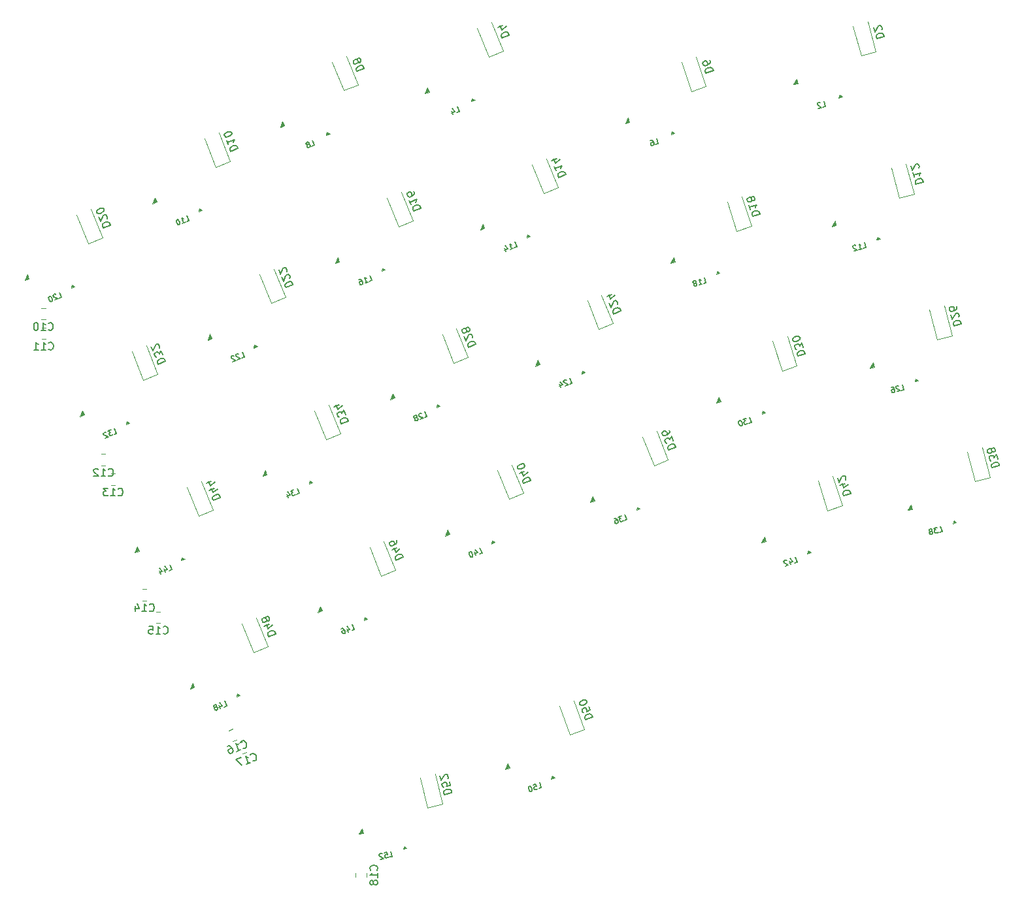
<source format=gbr>
%TF.GenerationSoftware,KiCad,Pcbnew,9.0.5*%
%TF.CreationDate,2025-10-09T16:26:15-06:00*%
%TF.ProjectId,ergo-kola (another copy),6572676f-2d6b-46f6-9c61-2028616e6f74,rev?*%
%TF.SameCoordinates,Original*%
%TF.FileFunction,Legend,Bot*%
%TF.FilePolarity,Positive*%
%FSLAX46Y46*%
G04 Gerber Fmt 4.6, Leading zero omitted, Abs format (unit mm)*
G04 Created by KiCad (PCBNEW 9.0.5) date 2025-10-09 16:26:15*
%MOMM*%
%LPD*%
G01*
G04 APERTURE LIST*
%ADD10C,0.150000*%
%ADD11C,0.120000*%
%ADD12C,0.100000*%
G04 APERTURE END LIST*
D10*
X256907357Y-110624580D02*
X256954976Y-110672200D01*
X256954976Y-110672200D02*
X257097833Y-110719819D01*
X257097833Y-110719819D02*
X257193071Y-110719819D01*
X257193071Y-110719819D02*
X257335928Y-110672200D01*
X257335928Y-110672200D02*
X257431166Y-110576961D01*
X257431166Y-110576961D02*
X257478785Y-110481723D01*
X257478785Y-110481723D02*
X257526404Y-110291247D01*
X257526404Y-110291247D02*
X257526404Y-110148390D01*
X257526404Y-110148390D02*
X257478785Y-109957914D01*
X257478785Y-109957914D02*
X257431166Y-109862676D01*
X257431166Y-109862676D02*
X257335928Y-109767438D01*
X257335928Y-109767438D02*
X257193071Y-109719819D01*
X257193071Y-109719819D02*
X257097833Y-109719819D01*
X257097833Y-109719819D02*
X256954976Y-109767438D01*
X256954976Y-109767438D02*
X256907357Y-109815057D01*
X255954976Y-110719819D02*
X256526404Y-110719819D01*
X256240690Y-110719819D02*
X256240690Y-109719819D01*
X256240690Y-109719819D02*
X256335928Y-109862676D01*
X256335928Y-109862676D02*
X256431166Y-109957914D01*
X256431166Y-109957914D02*
X256526404Y-110005533D01*
X255097833Y-110053152D02*
X255097833Y-110719819D01*
X255335928Y-109672200D02*
X255574023Y-110386485D01*
X255574023Y-110386485D02*
X254954976Y-110386485D01*
X351148541Y-36440821D02*
X352114467Y-36182002D01*
X352114467Y-36182002D02*
X352052843Y-35952020D01*
X352052843Y-35952020D02*
X351969873Y-35826355D01*
X351969873Y-35826355D02*
X351853230Y-35759012D01*
X351853230Y-35759012D02*
X351748913Y-35737665D01*
X351748913Y-35737665D02*
X351552602Y-35740967D01*
X351552602Y-35740967D02*
X351414613Y-35777941D01*
X351414613Y-35777941D02*
X351242951Y-35873236D01*
X351242951Y-35873236D02*
X351163283Y-35943882D01*
X351163283Y-35943882D02*
X351095940Y-36060525D01*
X351095940Y-36060525D02*
X351086917Y-36210839D01*
X351086917Y-36210839D02*
X351148541Y-36440821D01*
X351775980Y-35286722D02*
X351809651Y-35228401D01*
X351809651Y-35228401D02*
X351830998Y-35124083D01*
X351830998Y-35124083D02*
X351769375Y-34894101D01*
X351769375Y-34894101D02*
X351698729Y-34814433D01*
X351698729Y-34814433D02*
X351640408Y-34780761D01*
X351640408Y-34780761D02*
X351536090Y-34759414D01*
X351536090Y-34759414D02*
X351444097Y-34784063D01*
X351444097Y-34784063D02*
X351318432Y-34867034D01*
X351318432Y-34867034D02*
X350914371Y-35566888D01*
X350914371Y-35566888D02*
X350754150Y-34968934D01*
X270287666Y-130093709D02*
X270348700Y-130122170D01*
X270348700Y-130122170D02*
X270499228Y-130118057D01*
X270499228Y-130118057D02*
X270588723Y-130085483D01*
X270588723Y-130085483D02*
X270706678Y-129991876D01*
X270706678Y-129991876D02*
X270763599Y-129869808D01*
X270763599Y-129869808D02*
X270775773Y-129764027D01*
X270775773Y-129764027D02*
X270755373Y-129568751D01*
X270755373Y-129568751D02*
X270706513Y-129434510D01*
X270706513Y-129434510D02*
X270596619Y-129271807D01*
X270596619Y-129271807D02*
X270519299Y-129198599D01*
X270519299Y-129198599D02*
X270397231Y-129141678D01*
X270397231Y-129141678D02*
X270246702Y-129145791D01*
X270246702Y-129145791D02*
X270157208Y-129178364D01*
X270157208Y-129178364D02*
X270039253Y-129271971D01*
X270039253Y-129271971D02*
X270010792Y-129333005D01*
X269425294Y-130508937D02*
X269962261Y-130313497D01*
X269693777Y-130411217D02*
X269351757Y-129471524D01*
X269351757Y-129471524D02*
X269490112Y-129573193D01*
X269490112Y-129573193D02*
X269612179Y-129630114D01*
X269612179Y-129630114D02*
X269717961Y-129642288D01*
X268770043Y-129683251D02*
X268143581Y-129911265D01*
X268143581Y-129911265D02*
X268888326Y-130704377D01*
X359276089Y-100446132D02*
X359598064Y-100359859D01*
X359598064Y-100359859D02*
X359416891Y-99683711D01*
X358933927Y-99813120D02*
X358515359Y-99925275D01*
X358515359Y-99925275D02*
X358809761Y-100122464D01*
X358809761Y-100122464D02*
X358713168Y-100148346D01*
X358713168Y-100148346D02*
X358657400Y-100197798D01*
X358657400Y-100197798D02*
X358633830Y-100238623D01*
X358633830Y-100238623D02*
X358618887Y-100311645D01*
X358618887Y-100311645D02*
X358662024Y-100472633D01*
X358662024Y-100472633D02*
X358711476Y-100528401D01*
X358711476Y-100528401D02*
X358752301Y-100551971D01*
X358752301Y-100551971D02*
X358825323Y-100566914D01*
X358825323Y-100566914D02*
X359018508Y-100515150D01*
X359018508Y-100515150D02*
X359074276Y-100465698D01*
X359074276Y-100465698D02*
X359097846Y-100424873D01*
X358206634Y-100318581D02*
X358262402Y-100269128D01*
X358262402Y-100269128D02*
X358285972Y-100228304D01*
X358285972Y-100228304D02*
X358300915Y-100155281D01*
X358300915Y-100155281D02*
X358292288Y-100123084D01*
X358292288Y-100123084D02*
X358242836Y-100067316D01*
X358242836Y-100067316D02*
X358202011Y-100043746D01*
X358202011Y-100043746D02*
X358128989Y-100028803D01*
X358128989Y-100028803D02*
X358000199Y-100063312D01*
X358000199Y-100063312D02*
X357944431Y-100112764D01*
X357944431Y-100112764D02*
X357920861Y-100153589D01*
X357920861Y-100153589D02*
X357905918Y-100226611D01*
X357905918Y-100226611D02*
X357914545Y-100258809D01*
X357914545Y-100258809D02*
X357963997Y-100314577D01*
X357963997Y-100314577D02*
X358004822Y-100338147D01*
X358004822Y-100338147D02*
X358077844Y-100353090D01*
X358077844Y-100353090D02*
X358206634Y-100318581D01*
X358206634Y-100318581D02*
X358279657Y-100333524D01*
X358279657Y-100333524D02*
X358320482Y-100357094D01*
X358320482Y-100357094D02*
X358369934Y-100412861D01*
X358369934Y-100412861D02*
X358404443Y-100541652D01*
X358404443Y-100541652D02*
X358389500Y-100614674D01*
X358389500Y-100614674D02*
X358365930Y-100655499D01*
X358365930Y-100655499D02*
X358310162Y-100704951D01*
X358310162Y-100704951D02*
X358181372Y-100739460D01*
X358181372Y-100739460D02*
X358108350Y-100724517D01*
X358108350Y-100724517D02*
X358067525Y-100700947D01*
X358067525Y-100700947D02*
X358018073Y-100645179D01*
X358018073Y-100645179D02*
X357983563Y-100516389D01*
X357983563Y-100516389D02*
X357998506Y-100443367D01*
X357998506Y-100443367D02*
X358022077Y-100402542D01*
X358022077Y-100402542D02*
X358077844Y-100353090D01*
X335050731Y-59501180D02*
X336001787Y-59192163D01*
X336001787Y-59192163D02*
X335928212Y-58965721D01*
X335928212Y-58965721D02*
X335838778Y-58844571D01*
X335838778Y-58844571D02*
X335718771Y-58783424D01*
X335718771Y-58783424D02*
X335613479Y-58767566D01*
X335613479Y-58767566D02*
X335417611Y-58781138D01*
X335417611Y-58781138D02*
X335281745Y-58825283D01*
X335281745Y-58825283D02*
X335115307Y-58929432D01*
X335115307Y-58929432D02*
X335039445Y-59004150D01*
X335039445Y-59004150D02*
X334978298Y-59124157D01*
X334978298Y-59124157D02*
X334977155Y-59274738D01*
X334977155Y-59274738D02*
X335050731Y-59501180D01*
X334579848Y-58051951D02*
X334756429Y-58595412D01*
X334668138Y-58323681D02*
X335619195Y-58014664D01*
X335619195Y-58014664D02*
X335512760Y-58149386D01*
X335512760Y-58149386D02*
X335451613Y-58269393D01*
X335451613Y-58269393D02*
X335435755Y-58374685D01*
X334946727Y-57331909D02*
X335021446Y-57407770D01*
X335021446Y-57407770D02*
X335081450Y-57438344D01*
X335081450Y-57438344D02*
X335186741Y-57454202D01*
X335186741Y-57454202D02*
X335232030Y-57439487D01*
X335232030Y-57439487D02*
X335307892Y-57364768D01*
X335307892Y-57364768D02*
X335338465Y-57304765D01*
X335338465Y-57304765D02*
X335354323Y-57199473D01*
X335354323Y-57199473D02*
X335295463Y-57018319D01*
X335295463Y-57018319D02*
X335220744Y-56942457D01*
X335220744Y-56942457D02*
X335160741Y-56911884D01*
X335160741Y-56911884D02*
X335055449Y-56896026D01*
X335055449Y-56896026D02*
X335010160Y-56910741D01*
X335010160Y-56910741D02*
X334934299Y-56985460D01*
X334934299Y-56985460D02*
X334903725Y-57045463D01*
X334903725Y-57045463D02*
X334887867Y-57150755D01*
X334887867Y-57150755D02*
X334946727Y-57331909D01*
X334946727Y-57331909D02*
X334930869Y-57437201D01*
X334930869Y-57437201D02*
X334900296Y-57497204D01*
X334900296Y-57497204D02*
X334824434Y-57571923D01*
X334824434Y-57571923D02*
X334643281Y-57630783D01*
X334643281Y-57630783D02*
X334537989Y-57614925D01*
X334537989Y-57614925D02*
X334477985Y-57584352D01*
X334477985Y-57584352D02*
X334403267Y-57508490D01*
X334403267Y-57508490D02*
X334344406Y-57327336D01*
X334344406Y-57327336D02*
X334360264Y-57222044D01*
X334360264Y-57222044D02*
X334390838Y-57162041D01*
X334390838Y-57162041D02*
X334466699Y-57087322D01*
X334466699Y-57087322D02*
X334647853Y-57028462D01*
X334647853Y-57028462D02*
X334753145Y-57044320D01*
X334753145Y-57044320D02*
X334813149Y-57074893D01*
X334813149Y-57074893D02*
X334887867Y-57150755D01*
X311335752Y-81234521D02*
X311644814Y-81109652D01*
X311644814Y-81109652D02*
X311382589Y-80460623D01*
X310913064Y-80722226D02*
X310869671Y-80703806D01*
X310869671Y-80703806D02*
X310795372Y-80697874D01*
X310795372Y-80697874D02*
X310640842Y-80760308D01*
X310640842Y-80760308D02*
X310591516Y-80816188D01*
X310591516Y-80816188D02*
X310573097Y-80859581D01*
X310573097Y-80859581D02*
X310567165Y-80933880D01*
X310567165Y-80933880D02*
X310592138Y-80995693D01*
X310592138Y-80995693D02*
X310660505Y-81075924D01*
X310660505Y-81075924D02*
X311181221Y-81296955D01*
X311181221Y-81296955D02*
X310779442Y-81459285D01*
X310048315Y-81251363D02*
X310223131Y-81684049D01*
X310102950Y-80941679D02*
X310444784Y-81342837D01*
X310444784Y-81342837D02*
X310043005Y-81505166D01*
X288866204Y-104062242D02*
X289793388Y-103687635D01*
X289793388Y-103687635D02*
X289704196Y-103466877D01*
X289704196Y-103466877D02*
X289606529Y-103352261D01*
X289606529Y-103352261D02*
X289482549Y-103299634D01*
X289482549Y-103299634D02*
X289376407Y-103291160D01*
X289376407Y-103291160D02*
X289181963Y-103318362D01*
X289181963Y-103318362D02*
X289049508Y-103371877D01*
X289049508Y-103371877D02*
X288890740Y-103487382D01*
X288890740Y-103487382D02*
X288820275Y-103567211D01*
X288820275Y-103567211D02*
X288767648Y-103691191D01*
X288767648Y-103691191D02*
X288777012Y-103841484D01*
X288777012Y-103841484D02*
X288866204Y-104062242D01*
X288949174Y-102487956D02*
X288331052Y-102737694D01*
X289391579Y-102566007D02*
X288818497Y-103054341D01*
X288818497Y-103054341D02*
X288586598Y-102480370D01*
X288901467Y-101480055D02*
X288972821Y-101656661D01*
X288972821Y-101656661D02*
X288964346Y-101762803D01*
X288964346Y-101762803D02*
X288938033Y-101824793D01*
X288938033Y-101824793D02*
X288841255Y-101966611D01*
X288841255Y-101966611D02*
X288682487Y-102082116D01*
X288682487Y-102082116D02*
X288329274Y-102224824D01*
X288329274Y-102224824D02*
X288223133Y-102216349D01*
X288223133Y-102216349D02*
X288161142Y-102190036D01*
X288161142Y-102190036D02*
X288081314Y-102119571D01*
X288081314Y-102119571D02*
X288009960Y-101942964D01*
X288009960Y-101942964D02*
X288018435Y-101836823D01*
X288018435Y-101836823D02*
X288044748Y-101774833D01*
X288044748Y-101774833D02*
X288115213Y-101695004D01*
X288115213Y-101695004D02*
X288335971Y-101605812D01*
X288335971Y-101605812D02*
X288442113Y-101614287D01*
X288442113Y-101614287D02*
X288504103Y-101640600D01*
X288504103Y-101640600D02*
X288583931Y-101711065D01*
X288583931Y-101711065D02*
X288655285Y-101887672D01*
X288655285Y-101887672D02*
X288646810Y-101993813D01*
X288646810Y-101993813D02*
X288620497Y-102055803D01*
X288620497Y-102055803D02*
X288550032Y-102135632D01*
X261737534Y-60181319D02*
X262046596Y-60056450D01*
X262046596Y-60056450D02*
X261784371Y-59407421D01*
X261181224Y-60406083D02*
X261552097Y-60256240D01*
X261366661Y-60331161D02*
X261104436Y-59682133D01*
X261104436Y-59682133D02*
X261203709Y-59749877D01*
X261203709Y-59749877D02*
X261290495Y-59786716D01*
X261290495Y-59786716D02*
X261364794Y-59792648D01*
X260517219Y-59919384D02*
X260455407Y-59944357D01*
X260455407Y-59944357D02*
X260406082Y-60000237D01*
X260406082Y-60000237D02*
X260387662Y-60043630D01*
X260387662Y-60043630D02*
X260381730Y-60117929D01*
X260381730Y-60117929D02*
X260400771Y-60254041D01*
X260400771Y-60254041D02*
X260463206Y-60408571D01*
X260463206Y-60408571D02*
X260544059Y-60519709D01*
X260544059Y-60519709D02*
X260599939Y-60569034D01*
X260599939Y-60569034D02*
X260643332Y-60587454D01*
X260643332Y-60587454D02*
X260717632Y-60593386D01*
X260717632Y-60593386D02*
X260779444Y-60568412D01*
X260779444Y-60568412D02*
X260828769Y-60512532D01*
X260828769Y-60512532D02*
X260847188Y-60469139D01*
X260847188Y-60469139D02*
X260853121Y-60394840D01*
X260853121Y-60394840D02*
X260834079Y-60258729D01*
X260834079Y-60258729D02*
X260771645Y-60104198D01*
X260771645Y-60104198D02*
X260690791Y-59993061D01*
X260690791Y-59993061D02*
X260634911Y-59943735D01*
X260634911Y-59943735D02*
X260591518Y-59925316D01*
X260591518Y-59925316D02*
X260517219Y-59919384D01*
X318472015Y-98897377D02*
X318781077Y-98772508D01*
X318781077Y-98772508D02*
X318518852Y-98123479D01*
X318055260Y-98310782D02*
X317653480Y-98473112D01*
X317653480Y-98473112D02*
X317969718Y-98632953D01*
X317969718Y-98632953D02*
X317877000Y-98670413D01*
X317877000Y-98670413D02*
X317827674Y-98726293D01*
X317827674Y-98726293D02*
X317809255Y-98769686D01*
X317809255Y-98769686D02*
X317803323Y-98843985D01*
X317803323Y-98843985D02*
X317865757Y-98998516D01*
X317865757Y-98998516D02*
X317921637Y-99047841D01*
X317921637Y-99047841D02*
X317965030Y-99066261D01*
X317965030Y-99066261D02*
X318039329Y-99072193D01*
X318039329Y-99072193D02*
X318224766Y-98997272D01*
X318224766Y-98997272D02*
X318274091Y-98941392D01*
X318274091Y-98941392D02*
X318292511Y-98897999D01*
X317097170Y-98697876D02*
X317220794Y-98647928D01*
X317220794Y-98647928D02*
X317295093Y-98653861D01*
X317295093Y-98653861D02*
X317338486Y-98672280D01*
X317338486Y-98672280D02*
X317437759Y-98740025D01*
X317437759Y-98740025D02*
X317518613Y-98851162D01*
X317518613Y-98851162D02*
X317618508Y-99098411D01*
X317618508Y-99098411D02*
X317612576Y-99172710D01*
X317612576Y-99172710D02*
X317594156Y-99216103D01*
X317594156Y-99216103D02*
X317544831Y-99271983D01*
X317544831Y-99271983D02*
X317421206Y-99321931D01*
X317421206Y-99321931D02*
X317346907Y-99315999D01*
X317346907Y-99315999D02*
X317303514Y-99297579D01*
X317303514Y-99297579D02*
X317247634Y-99248254D01*
X317247634Y-99248254D02*
X317185200Y-99093723D01*
X317185200Y-99093723D02*
X317191132Y-99019424D01*
X317191132Y-99019424D02*
X317209552Y-98976031D01*
X317209552Y-98976031D02*
X317258877Y-98920151D01*
X317258877Y-98920151D02*
X317382501Y-98870204D01*
X317382501Y-98870204D02*
X317456801Y-98876136D01*
X317456801Y-98876136D02*
X317500194Y-98894555D01*
X317500194Y-98894555D02*
X317556073Y-98943881D01*
X286392580Y-144264142D02*
X286440200Y-144216523D01*
X286440200Y-144216523D02*
X286487819Y-144073666D01*
X286487819Y-144073666D02*
X286487819Y-143978428D01*
X286487819Y-143978428D02*
X286440200Y-143835571D01*
X286440200Y-143835571D02*
X286344961Y-143740333D01*
X286344961Y-143740333D02*
X286249723Y-143692714D01*
X286249723Y-143692714D02*
X286059247Y-143645095D01*
X286059247Y-143645095D02*
X285916390Y-143645095D01*
X285916390Y-143645095D02*
X285725914Y-143692714D01*
X285725914Y-143692714D02*
X285630676Y-143740333D01*
X285630676Y-143740333D02*
X285535438Y-143835571D01*
X285535438Y-143835571D02*
X285487819Y-143978428D01*
X285487819Y-143978428D02*
X285487819Y-144073666D01*
X285487819Y-144073666D02*
X285535438Y-144216523D01*
X285535438Y-144216523D02*
X285583057Y-144264142D01*
X286487819Y-145216523D02*
X286487819Y-144645095D01*
X286487819Y-144930809D02*
X285487819Y-144930809D01*
X285487819Y-144930809D02*
X285630676Y-144835571D01*
X285630676Y-144835571D02*
X285725914Y-144740333D01*
X285725914Y-144740333D02*
X285773533Y-144645095D01*
X285916390Y-145787952D02*
X285868771Y-145692714D01*
X285868771Y-145692714D02*
X285821152Y-145645095D01*
X285821152Y-145645095D02*
X285725914Y-145597476D01*
X285725914Y-145597476D02*
X285678295Y-145597476D01*
X285678295Y-145597476D02*
X285583057Y-145645095D01*
X285583057Y-145645095D02*
X285535438Y-145692714D01*
X285535438Y-145692714D02*
X285487819Y-145787952D01*
X285487819Y-145787952D02*
X285487819Y-145978428D01*
X285487819Y-145978428D02*
X285535438Y-146073666D01*
X285535438Y-146073666D02*
X285583057Y-146121285D01*
X285583057Y-146121285D02*
X285678295Y-146168904D01*
X285678295Y-146168904D02*
X285725914Y-146168904D01*
X285725914Y-146168904D02*
X285821152Y-146121285D01*
X285821152Y-146121285D02*
X285868771Y-146073666D01*
X285868771Y-146073666D02*
X285916390Y-145978428D01*
X285916390Y-145978428D02*
X285916390Y-145787952D01*
X285916390Y-145787952D02*
X285964009Y-145692714D01*
X285964009Y-145692714D02*
X286011628Y-145645095D01*
X286011628Y-145645095D02*
X286106866Y-145597476D01*
X286106866Y-145597476D02*
X286297342Y-145597476D01*
X286297342Y-145597476D02*
X286392580Y-145645095D01*
X286392580Y-145645095D02*
X286440200Y-145692714D01*
X286440200Y-145692714D02*
X286487819Y-145787952D01*
X286487819Y-145787952D02*
X286487819Y-145978428D01*
X286487819Y-145978428D02*
X286440200Y-146073666D01*
X286440200Y-146073666D02*
X286392580Y-146121285D01*
X286392580Y-146121285D02*
X286297342Y-146168904D01*
X286297342Y-146168904D02*
X286106866Y-146168904D01*
X286106866Y-146168904D02*
X286011628Y-146121285D01*
X286011628Y-146121285D02*
X285964009Y-146073666D01*
X285964009Y-146073666D02*
X285916390Y-145978428D01*
X328709449Y-68187636D02*
X329026467Y-68084631D01*
X329026467Y-68084631D02*
X328810156Y-67418891D01*
X328138814Y-68373047D02*
X328519237Y-68249440D01*
X328329026Y-68311243D02*
X328112714Y-67645504D01*
X328112714Y-67645504D02*
X328207019Y-67720008D01*
X328207019Y-67720008D02*
X328291024Y-67762811D01*
X328291024Y-67762811D02*
X328364728Y-67773912D01*
X327634785Y-68116231D02*
X327687888Y-68063928D01*
X327687888Y-68063928D02*
X327709289Y-68021926D01*
X327709289Y-68021926D02*
X327720390Y-67948221D01*
X327720390Y-67948221D02*
X327710089Y-67916519D01*
X327710089Y-67916519D02*
X327657786Y-67863416D01*
X327657786Y-67863416D02*
X327615784Y-67842015D01*
X327615784Y-67842015D02*
X327542080Y-67830914D01*
X327542080Y-67830914D02*
X327415272Y-67872116D01*
X327415272Y-67872116D02*
X327362169Y-67924419D01*
X327362169Y-67924419D02*
X327340768Y-67966422D01*
X327340768Y-67966422D02*
X327329667Y-68040126D01*
X327329667Y-68040126D02*
X327339967Y-68071828D01*
X327339967Y-68071828D02*
X327392270Y-68124931D01*
X327392270Y-68124931D02*
X327434273Y-68146333D01*
X327434273Y-68146333D02*
X327507977Y-68157433D01*
X327507977Y-68157433D02*
X327634785Y-68116231D01*
X327634785Y-68116231D02*
X327708489Y-68127332D01*
X327708489Y-68127332D02*
X327750491Y-68148733D01*
X327750491Y-68148733D02*
X327802794Y-68201836D01*
X327802794Y-68201836D02*
X327843997Y-68328644D01*
X327843997Y-68328644D02*
X327832896Y-68402348D01*
X327832896Y-68402348D02*
X327811495Y-68444351D01*
X327811495Y-68444351D02*
X327758391Y-68496654D01*
X327758391Y-68496654D02*
X327631584Y-68537856D01*
X327631584Y-68537856D02*
X327557880Y-68526755D01*
X327557880Y-68526755D02*
X327515877Y-68505354D01*
X327515877Y-68505354D02*
X327463574Y-68452251D01*
X327463574Y-68452251D02*
X327422372Y-68325443D01*
X327422372Y-68325443D02*
X327433473Y-68251739D01*
X327433473Y-68251739D02*
X327454874Y-68209736D01*
X327454874Y-68209736D02*
X327507977Y-68157433D01*
X344162608Y-45329734D02*
X344484583Y-45243461D01*
X344484583Y-45243461D02*
X344303410Y-44567313D01*
X343805503Y-44769744D02*
X343764679Y-44746174D01*
X343764679Y-44746174D02*
X343691656Y-44731231D01*
X343691656Y-44731231D02*
X343530669Y-44774368D01*
X343530669Y-44774368D02*
X343474901Y-44823820D01*
X343474901Y-44823820D02*
X343451331Y-44864645D01*
X343451331Y-44864645D02*
X343436388Y-44937667D01*
X343436388Y-44937667D02*
X343453642Y-45002062D01*
X343453642Y-45002062D02*
X343511722Y-45090027D01*
X343511722Y-45090027D02*
X344001620Y-45372870D01*
X344001620Y-45372870D02*
X343583052Y-45485025D01*
X288041911Y-142564989D02*
X288366701Y-142490005D01*
X288366701Y-142490005D02*
X288209235Y-141807946D01*
X287332302Y-142010402D02*
X287657092Y-141935419D01*
X287657092Y-141935419D02*
X287764555Y-142252710D01*
X287764555Y-142252710D02*
X287724577Y-142227730D01*
X287724577Y-142227730D02*
X287652121Y-142210247D01*
X287652121Y-142210247D02*
X287489726Y-142247739D01*
X287489726Y-142247739D02*
X287432266Y-142295215D01*
X287432266Y-142295215D02*
X287407286Y-142335192D01*
X287407286Y-142335192D02*
X287389803Y-142407649D01*
X287389803Y-142407649D02*
X287427295Y-142570044D01*
X287427295Y-142570044D02*
X287474771Y-142627503D01*
X287474771Y-142627503D02*
X287514748Y-142652484D01*
X287514748Y-142652484D02*
X287587205Y-142669966D01*
X287587205Y-142669966D02*
X287749600Y-142632474D01*
X287749600Y-142632474D02*
X287807059Y-142584999D01*
X287807059Y-142584999D02*
X287832040Y-142545021D01*
X287054987Y-142142846D02*
X287015010Y-142117865D01*
X287015010Y-142117865D02*
X286942554Y-142100383D01*
X286942554Y-142100383D02*
X286780159Y-142137875D01*
X286780159Y-142137875D02*
X286722699Y-142185350D01*
X286722699Y-142185350D02*
X286697718Y-142225328D01*
X286697718Y-142225328D02*
X286680236Y-142297784D01*
X286680236Y-142297784D02*
X286695233Y-142362742D01*
X286695233Y-142362742D02*
X286750207Y-142452681D01*
X286750207Y-142452681D02*
X287229935Y-142752448D01*
X287229935Y-142752448D02*
X286807708Y-142849927D01*
X295116137Y-134464266D02*
X296090507Y-134239315D01*
X296090507Y-134239315D02*
X296036948Y-134007322D01*
X296036948Y-134007322D02*
X295958413Y-133878839D01*
X295958413Y-133878839D02*
X295844192Y-133807465D01*
X295844192Y-133807465D02*
X295740683Y-133782491D01*
X295740683Y-133782491D02*
X295544377Y-133778940D01*
X295544377Y-133778940D02*
X295405181Y-133811076D01*
X295405181Y-133811076D02*
X295230299Y-133900322D01*
X295230299Y-133900322D02*
X295148213Y-133968145D01*
X295148213Y-133968145D02*
X295076840Y-134082366D01*
X295076840Y-134082366D02*
X295062578Y-134232273D01*
X295062578Y-134232273D02*
X295116137Y-134464266D01*
X295758437Y-132800959D02*
X295865556Y-133264945D01*
X295865556Y-133264945D02*
X295412283Y-133418463D01*
X295412283Y-133418463D02*
X295447969Y-133361353D01*
X295447969Y-133361353D02*
X295472944Y-133257844D01*
X295472944Y-133257844D02*
X295419384Y-133025851D01*
X295419384Y-133025851D02*
X295351562Y-132943766D01*
X295351562Y-132943766D02*
X295294451Y-132908079D01*
X295294451Y-132908079D02*
X295190942Y-132883104D01*
X295190942Y-132883104D02*
X294958949Y-132936664D01*
X294958949Y-132936664D02*
X294876864Y-133004487D01*
X294876864Y-133004487D02*
X294841177Y-133061597D01*
X294841177Y-133061597D02*
X294816203Y-133165106D01*
X294816203Y-133165106D02*
X294869762Y-133397099D01*
X294869762Y-133397099D02*
X294937585Y-133479184D01*
X294937585Y-133479184D02*
X294994695Y-133514871D01*
X295569232Y-132404796D02*
X295604919Y-132347686D01*
X295604919Y-132347686D02*
X295629893Y-132244176D01*
X295629893Y-132244176D02*
X295576334Y-132012184D01*
X295576334Y-132012184D02*
X295508511Y-131930098D01*
X295508511Y-131930098D02*
X295451400Y-131894412D01*
X295451400Y-131894412D02*
X295347891Y-131869437D01*
X295347891Y-131869437D02*
X295255094Y-131890861D01*
X295255094Y-131890861D02*
X295126610Y-131969395D01*
X295126610Y-131969395D02*
X294698371Y-132654722D01*
X294698371Y-132654722D02*
X294559116Y-132051540D01*
X269017666Y-128442709D02*
X269078700Y-128471170D01*
X269078700Y-128471170D02*
X269229228Y-128467057D01*
X269229228Y-128467057D02*
X269318723Y-128434483D01*
X269318723Y-128434483D02*
X269436678Y-128340876D01*
X269436678Y-128340876D02*
X269493599Y-128218808D01*
X269493599Y-128218808D02*
X269505773Y-128113027D01*
X269505773Y-128113027D02*
X269485373Y-127917751D01*
X269485373Y-127917751D02*
X269436513Y-127783510D01*
X269436513Y-127783510D02*
X269326619Y-127620807D01*
X269326619Y-127620807D02*
X269249299Y-127547599D01*
X269249299Y-127547599D02*
X269127231Y-127490678D01*
X269127231Y-127490678D02*
X268976702Y-127494791D01*
X268976702Y-127494791D02*
X268887208Y-127527364D01*
X268887208Y-127527364D02*
X268769253Y-127620971D01*
X268769253Y-127620971D02*
X268740792Y-127682005D01*
X268155294Y-128857937D02*
X268692261Y-128662497D01*
X268423777Y-128760217D02*
X268081757Y-127820524D01*
X268081757Y-127820524D02*
X268220112Y-127922193D01*
X268220112Y-127922193D02*
X268342179Y-127979114D01*
X268342179Y-127979114D02*
X268447961Y-127991288D01*
X267007823Y-128211404D02*
X267186812Y-128146258D01*
X267186812Y-128146258D02*
X267292593Y-128158432D01*
X267292593Y-128158432D02*
X267353627Y-128186892D01*
X267353627Y-128186892D02*
X267491981Y-128288561D01*
X267491981Y-128288561D02*
X267601875Y-128451263D01*
X267601875Y-128451263D02*
X267732169Y-128809241D01*
X267732169Y-128809241D02*
X267719995Y-128915023D01*
X267719995Y-128915023D02*
X267691534Y-128976056D01*
X267691534Y-128976056D02*
X267618326Y-129053377D01*
X267618326Y-129053377D02*
X267439337Y-129118524D01*
X267439337Y-129118524D02*
X267333556Y-129106350D01*
X267333556Y-129106350D02*
X267272522Y-129077889D01*
X267272522Y-129077889D02*
X267195201Y-129004681D01*
X267195201Y-129004681D02*
X267113768Y-128780945D01*
X267113768Y-128780945D02*
X267125942Y-128675164D01*
X267125942Y-128675164D02*
X267154403Y-128614130D01*
X267154403Y-128614130D02*
X267227610Y-128536809D01*
X267227610Y-128536809D02*
X267406600Y-128471663D01*
X267406600Y-128471663D02*
X267512381Y-128483837D01*
X267512381Y-128483837D02*
X267573415Y-128512297D01*
X267573415Y-128512297D02*
X267650735Y-128585505D01*
X346824278Y-95736433D02*
X347775334Y-95427416D01*
X347775334Y-95427416D02*
X347701759Y-95200974D01*
X347701759Y-95200974D02*
X347612325Y-95079824D01*
X347612325Y-95079824D02*
X347492318Y-95018677D01*
X347492318Y-95018677D02*
X347387026Y-95002819D01*
X347387026Y-95002819D02*
X347191158Y-95016391D01*
X347191158Y-95016391D02*
X347055292Y-95060536D01*
X347055292Y-95060536D02*
X346888854Y-95164685D01*
X346888854Y-95164685D02*
X346812992Y-95239403D01*
X346812992Y-95239403D02*
X346751845Y-95359410D01*
X346751845Y-95359410D02*
X346750702Y-95509991D01*
X346750702Y-95509991D02*
X346824278Y-95736433D01*
X347016863Y-94171769D02*
X346382825Y-94377781D01*
X347452745Y-94280490D02*
X346846995Y-94727659D01*
X346846995Y-94727659D02*
X346655699Y-94138910D01*
X347096154Y-93645310D02*
X347126727Y-93585306D01*
X347126727Y-93585306D02*
X347142585Y-93480014D01*
X347142585Y-93480014D02*
X347069010Y-93253572D01*
X347069010Y-93253572D02*
X346994291Y-93177710D01*
X346994291Y-93177710D02*
X346934288Y-93147137D01*
X346934288Y-93147137D02*
X346828996Y-93131279D01*
X346828996Y-93131279D02*
X346738419Y-93160709D01*
X346738419Y-93160709D02*
X346617269Y-93250143D01*
X346617269Y-93250143D02*
X346250389Y-93970185D01*
X346250389Y-93970185D02*
X346059093Y-93381436D01*
X305402290Y-94137116D02*
X306329474Y-93762509D01*
X306329474Y-93762509D02*
X306240282Y-93541751D01*
X306240282Y-93541751D02*
X306142615Y-93427135D01*
X306142615Y-93427135D02*
X306018635Y-93374508D01*
X306018635Y-93374508D02*
X305912493Y-93366034D01*
X305912493Y-93366034D02*
X305718049Y-93393236D01*
X305718049Y-93393236D02*
X305585594Y-93446751D01*
X305585594Y-93446751D02*
X305426826Y-93562256D01*
X305426826Y-93562256D02*
X305356361Y-93642085D01*
X305356361Y-93642085D02*
X305303734Y-93766065D01*
X305303734Y-93766065D02*
X305313098Y-93916358D01*
X305313098Y-93916358D02*
X305402290Y-94137116D01*
X305485260Y-92562830D02*
X304867138Y-92812568D01*
X305927665Y-92640881D02*
X305354583Y-93129215D01*
X305354583Y-93129215D02*
X305122684Y-92555244D01*
X305526745Y-91775687D02*
X305491069Y-91687383D01*
X305491069Y-91687383D02*
X305411240Y-91616919D01*
X305411240Y-91616919D02*
X305349250Y-91590605D01*
X305349250Y-91590605D02*
X305243109Y-91582131D01*
X305243109Y-91582131D02*
X305048664Y-91609333D01*
X305048664Y-91609333D02*
X304827906Y-91698525D01*
X304827906Y-91698525D02*
X304669138Y-91814030D01*
X304669138Y-91814030D02*
X304598673Y-91893858D01*
X304598673Y-91893858D02*
X304572360Y-91955848D01*
X304572360Y-91955848D02*
X304563885Y-92061990D01*
X304563885Y-92061990D02*
X304599562Y-92150293D01*
X304599562Y-92150293D02*
X304679390Y-92220758D01*
X304679390Y-92220758D02*
X304741380Y-92247071D01*
X304741380Y-92247071D02*
X304847522Y-92255546D01*
X304847522Y-92255546D02*
X305041967Y-92228344D01*
X305041967Y-92228344D02*
X305262725Y-92139152D01*
X305262725Y-92139152D02*
X305421493Y-92023647D01*
X305421493Y-92023647D02*
X305491958Y-91943818D01*
X305491958Y-91943818D02*
X305518271Y-91881828D01*
X305518271Y-91881828D02*
X305526745Y-91775687D01*
X277964559Y-50381061D02*
X278273621Y-50256192D01*
X278273621Y-50256192D02*
X278011396Y-49607164D01*
X277505655Y-50135057D02*
X277554981Y-50079177D01*
X277554981Y-50079177D02*
X277573400Y-50035784D01*
X277573400Y-50035784D02*
X277579332Y-49961485D01*
X277579332Y-49961485D02*
X277566845Y-49930579D01*
X277566845Y-49930579D02*
X277510965Y-49881253D01*
X277510965Y-49881253D02*
X277467572Y-49862834D01*
X277467572Y-49862834D02*
X277393273Y-49856902D01*
X277393273Y-49856902D02*
X277269649Y-49906849D01*
X277269649Y-49906849D02*
X277220323Y-49962729D01*
X277220323Y-49962729D02*
X277201904Y-50006122D01*
X277201904Y-50006122D02*
X277195972Y-50080421D01*
X277195972Y-50080421D02*
X277208459Y-50111327D01*
X277208459Y-50111327D02*
X277264339Y-50160653D01*
X277264339Y-50160653D02*
X277307732Y-50179072D01*
X277307732Y-50179072D02*
X277382031Y-50185004D01*
X277382031Y-50185004D02*
X277505655Y-50135057D01*
X277505655Y-50135057D02*
X277579954Y-50140989D01*
X277579954Y-50140989D02*
X277623347Y-50159408D01*
X277623347Y-50159408D02*
X277679227Y-50208734D01*
X277679227Y-50208734D02*
X277729175Y-50332358D01*
X277729175Y-50332358D02*
X277723242Y-50406657D01*
X277723242Y-50406657D02*
X277704823Y-50450050D01*
X277704823Y-50450050D02*
X277655498Y-50505930D01*
X277655498Y-50505930D02*
X277531873Y-50555878D01*
X277531873Y-50555878D02*
X277457574Y-50549945D01*
X277457574Y-50549945D02*
X277414181Y-50531526D01*
X277414181Y-50531526D02*
X277358301Y-50482201D01*
X277358301Y-50482201D02*
X277308354Y-50358576D01*
X277308354Y-50358576D02*
X277314286Y-50284277D01*
X277314286Y-50284277D02*
X277332705Y-50240884D01*
X277332705Y-50240884D02*
X277382031Y-50185004D01*
X340937505Y-77618816D02*
X341888561Y-77309799D01*
X341888561Y-77309799D02*
X341814986Y-77083357D01*
X341814986Y-77083357D02*
X341725552Y-76962207D01*
X341725552Y-76962207D02*
X341605545Y-76901060D01*
X341605545Y-76901060D02*
X341500253Y-76885202D01*
X341500253Y-76885202D02*
X341304385Y-76898774D01*
X341304385Y-76898774D02*
X341168519Y-76942919D01*
X341168519Y-76942919D02*
X341002081Y-77047068D01*
X341002081Y-77047068D02*
X340926219Y-77121786D01*
X340926219Y-77121786D02*
X340865072Y-77241793D01*
X340865072Y-77241793D02*
X340863929Y-77392374D01*
X340863929Y-77392374D02*
X340937505Y-77618816D01*
X341608975Y-76449319D02*
X341417678Y-75860570D01*
X341417678Y-75860570D02*
X341158377Y-76295309D01*
X341158377Y-76295309D02*
X341114231Y-76159444D01*
X341114231Y-76159444D02*
X341039513Y-76083582D01*
X341039513Y-76083582D02*
X340979509Y-76053009D01*
X340979509Y-76053009D02*
X340874217Y-76037151D01*
X340874217Y-76037151D02*
X340647775Y-76110726D01*
X340647775Y-76110726D02*
X340571914Y-76185445D01*
X340571914Y-76185445D02*
X340541340Y-76245448D01*
X340541340Y-76245448D02*
X340525482Y-76350740D01*
X340525482Y-76350740D02*
X340613773Y-76622471D01*
X340613773Y-76622471D02*
X340688491Y-76698332D01*
X340688491Y-76698332D02*
X340748495Y-76728906D01*
X341226382Y-75271820D02*
X341196952Y-75181244D01*
X341196952Y-75181244D02*
X341122233Y-75105382D01*
X341122233Y-75105382D02*
X341062230Y-75074809D01*
X341062230Y-75074809D02*
X340956938Y-75058950D01*
X340956938Y-75058950D02*
X340761069Y-75072522D01*
X340761069Y-75072522D02*
X340534627Y-75146098D01*
X340534627Y-75146098D02*
X340368189Y-75250247D01*
X340368189Y-75250247D02*
X340292327Y-75324965D01*
X340292327Y-75324965D02*
X340261754Y-75384969D01*
X340261754Y-75384969D02*
X340245895Y-75490261D01*
X340245895Y-75490261D02*
X340275326Y-75580837D01*
X340275326Y-75580837D02*
X340350044Y-75656699D01*
X340350044Y-75656699D02*
X340410048Y-75687272D01*
X340410048Y-75687272D02*
X340515340Y-75703131D01*
X340515340Y-75703131D02*
X340711208Y-75689559D01*
X340711208Y-75689559D02*
X340937650Y-75615983D01*
X340937650Y-75615983D02*
X341104089Y-75511834D01*
X341104089Y-75511834D02*
X341179951Y-75437116D01*
X341179951Y-75437116D02*
X341210524Y-75377112D01*
X341210524Y-75377112D02*
X341226382Y-75271820D01*
X258057629Y-78661658D02*
X258984813Y-78287051D01*
X258984813Y-78287051D02*
X258895621Y-78066293D01*
X258895621Y-78066293D02*
X258797954Y-77951677D01*
X258797954Y-77951677D02*
X258673974Y-77899050D01*
X258673974Y-77899050D02*
X258567832Y-77890576D01*
X258567832Y-77890576D02*
X258373388Y-77917778D01*
X258373388Y-77917778D02*
X258240933Y-77971293D01*
X258240933Y-77971293D02*
X258082165Y-78086798D01*
X258082165Y-78086798D02*
X258011700Y-78166627D01*
X258011700Y-78166627D02*
X257959073Y-78290607D01*
X257959073Y-78290607D02*
X257968437Y-78440900D01*
X257968437Y-78440900D02*
X258057629Y-78661658D01*
X258645883Y-77448171D02*
X258413984Y-76874200D01*
X258413984Y-76874200D02*
X258185640Y-77325968D01*
X258185640Y-77325968D02*
X258132125Y-77193513D01*
X258132125Y-77193513D02*
X258052296Y-77123049D01*
X258052296Y-77123049D02*
X257990306Y-77096735D01*
X257990306Y-77096735D02*
X257884164Y-77088261D01*
X257884164Y-77088261D02*
X257663406Y-77177453D01*
X257663406Y-77177453D02*
X257592942Y-77257281D01*
X257592942Y-77257281D02*
X257566628Y-77319271D01*
X257566628Y-77319271D02*
X257558154Y-77425413D01*
X257558154Y-77425413D02*
X257665184Y-77690322D01*
X257665184Y-77690322D02*
X257745013Y-77760787D01*
X257745013Y-77760787D02*
X257807003Y-77787100D01*
X258182973Y-76556664D02*
X258209287Y-76494674D01*
X258209287Y-76494674D02*
X258217761Y-76388532D01*
X258217761Y-76388532D02*
X258128569Y-76167774D01*
X258128569Y-76167774D02*
X258048741Y-76097309D01*
X258048741Y-76097309D02*
X257986751Y-76070996D01*
X257986751Y-76070996D02*
X257880609Y-76062521D01*
X257880609Y-76062521D02*
X257792306Y-76098198D01*
X257792306Y-76098198D02*
X257677690Y-76195865D01*
X257677690Y-76195865D02*
X257361931Y-76939745D01*
X257361931Y-76939745D02*
X257130032Y-76365774D01*
X276010060Y-95507029D02*
X276319122Y-95382160D01*
X276319122Y-95382160D02*
X276056897Y-94733131D01*
X275593305Y-94920434D02*
X275191525Y-95082764D01*
X275191525Y-95082764D02*
X275507763Y-95242605D01*
X275507763Y-95242605D02*
X275415045Y-95280065D01*
X275415045Y-95280065D02*
X275365719Y-95335945D01*
X275365719Y-95335945D02*
X275347300Y-95379338D01*
X275347300Y-95379338D02*
X275341368Y-95453637D01*
X275341368Y-95453637D02*
X275403802Y-95608168D01*
X275403802Y-95608168D02*
X275459682Y-95657493D01*
X275459682Y-95657493D02*
X275503075Y-95675913D01*
X275503075Y-95675913D02*
X275577374Y-95681845D01*
X275577374Y-95681845D02*
X275762811Y-95606924D01*
X275762811Y-95606924D02*
X275812136Y-95551044D01*
X275812136Y-95551044D02*
X275830556Y-95507651D01*
X274722623Y-95523871D02*
X274897439Y-95956557D01*
X274777258Y-95214187D02*
X275119092Y-95615345D01*
X275119092Y-95615345D02*
X274717313Y-95777674D01*
X266610238Y-123095011D02*
X266919300Y-122970142D01*
X266919300Y-122970142D02*
X266657075Y-122321113D01*
X265940924Y-122862115D02*
X266115740Y-123294801D01*
X265995559Y-122552432D02*
X266337393Y-122953589D01*
X266337393Y-122953589D02*
X265935613Y-123115919D01*
X265533211Y-123098744D02*
X265582537Y-123042864D01*
X265582537Y-123042864D02*
X265600956Y-122999471D01*
X265600956Y-122999471D02*
X265606888Y-122925172D01*
X265606888Y-122925172D02*
X265594401Y-122894266D01*
X265594401Y-122894266D02*
X265538521Y-122844940D01*
X265538521Y-122844940D02*
X265495128Y-122826521D01*
X265495128Y-122826521D02*
X265420829Y-122820589D01*
X265420829Y-122820589D02*
X265297205Y-122870536D01*
X265297205Y-122870536D02*
X265247879Y-122926416D01*
X265247879Y-122926416D02*
X265229460Y-122969809D01*
X265229460Y-122969809D02*
X265223528Y-123044108D01*
X265223528Y-123044108D02*
X265236015Y-123075014D01*
X265236015Y-123075014D02*
X265291895Y-123124340D01*
X265291895Y-123124340D02*
X265335288Y-123142759D01*
X265335288Y-123142759D02*
X265409587Y-123148691D01*
X265409587Y-123148691D02*
X265533211Y-123098744D01*
X265533211Y-123098744D02*
X265607510Y-123104676D01*
X265607510Y-123104676D02*
X265650903Y-123123095D01*
X265650903Y-123123095D02*
X265706783Y-123172421D01*
X265706783Y-123172421D02*
X265756731Y-123296045D01*
X265756731Y-123296045D02*
X265750799Y-123370344D01*
X265750799Y-123370344D02*
X265732379Y-123413737D01*
X265732379Y-123413737D02*
X265683054Y-123469617D01*
X265683054Y-123469617D02*
X265559429Y-123519565D01*
X265559429Y-123519565D02*
X265485130Y-123513633D01*
X265485130Y-123513633D02*
X265441737Y-123495213D01*
X265441737Y-123495213D02*
X265385857Y-123445888D01*
X265385857Y-123445888D02*
X265335910Y-123322263D01*
X265335910Y-123322263D02*
X265341842Y-123247964D01*
X265341842Y-123247964D02*
X265360261Y-123204571D01*
X265360261Y-123204571D02*
X265409587Y-123148691D01*
X340482996Y-104422889D02*
X340800014Y-104319884D01*
X340800014Y-104319884D02*
X340583703Y-103654144D01*
X339831557Y-104143872D02*
X339975765Y-104587699D01*
X339907662Y-103838754D02*
X340220680Y-104262780D01*
X340220680Y-104262780D02*
X339808556Y-104396687D01*
X339463035Y-104088369D02*
X339421033Y-104066967D01*
X339421033Y-104066967D02*
X339347328Y-104055866D01*
X339347328Y-104055866D02*
X339188819Y-104107369D01*
X339188819Y-104107369D02*
X339135716Y-104159672D01*
X339135716Y-104159672D02*
X339114315Y-104201675D01*
X339114315Y-104201675D02*
X339103214Y-104275379D01*
X339103214Y-104275379D02*
X339123815Y-104338783D01*
X339123815Y-104338783D02*
X339186418Y-104423588D01*
X339186418Y-104423588D02*
X339690448Y-104680404D01*
X339690448Y-104680404D02*
X339278323Y-104814311D01*
X281729959Y-86399387D02*
X282657143Y-86024780D01*
X282657143Y-86024780D02*
X282567951Y-85804022D01*
X282567951Y-85804022D02*
X282470284Y-85689406D01*
X282470284Y-85689406D02*
X282346304Y-85636779D01*
X282346304Y-85636779D02*
X282240162Y-85628305D01*
X282240162Y-85628305D02*
X282045718Y-85655507D01*
X282045718Y-85655507D02*
X281913263Y-85709022D01*
X281913263Y-85709022D02*
X281754495Y-85824527D01*
X281754495Y-85824527D02*
X281684030Y-85904356D01*
X281684030Y-85904356D02*
X281631403Y-86028336D01*
X281631403Y-86028336D02*
X281640767Y-86178629D01*
X281640767Y-86178629D02*
X281729959Y-86399387D01*
X282318213Y-85185900D02*
X282086314Y-84611929D01*
X282086314Y-84611929D02*
X281857970Y-85063697D01*
X281857970Y-85063697D02*
X281804455Y-84931242D01*
X281804455Y-84931242D02*
X281724626Y-84860778D01*
X281724626Y-84860778D02*
X281662636Y-84834464D01*
X281662636Y-84834464D02*
X281556494Y-84825990D01*
X281556494Y-84825990D02*
X281335736Y-84915182D01*
X281335736Y-84915182D02*
X281265272Y-84995010D01*
X281265272Y-84995010D02*
X281238958Y-85057000D01*
X281238958Y-85057000D02*
X281230484Y-85163142D01*
X281230484Y-85163142D02*
X281337514Y-85428051D01*
X281337514Y-85428051D02*
X281417343Y-85498516D01*
X281417343Y-85498516D02*
X281479333Y-85524829D01*
X281456161Y-83942068D02*
X280838039Y-84191806D01*
X281898566Y-84020119D02*
X281325484Y-84508453D01*
X281325484Y-84508453D02*
X281093585Y-83934483D01*
X283146305Y-113169884D02*
X283455367Y-113045015D01*
X283455367Y-113045015D02*
X283193142Y-112395986D01*
X282476991Y-112936988D02*
X282651807Y-113369674D01*
X282531626Y-112627305D02*
X282873460Y-113028462D01*
X282873460Y-113028462D02*
X282471680Y-113190792D01*
X281771460Y-112970383D02*
X281895084Y-112920435D01*
X281895084Y-112920435D02*
X281969383Y-112926368D01*
X281969383Y-112926368D02*
X282012776Y-112944787D01*
X282012776Y-112944787D02*
X282112049Y-113012532D01*
X282112049Y-113012532D02*
X282192903Y-113123669D01*
X282192903Y-113123669D02*
X282292798Y-113370918D01*
X282292798Y-113370918D02*
X282286866Y-113445217D01*
X282286866Y-113445217D02*
X282268446Y-113488610D01*
X282268446Y-113488610D02*
X282219121Y-113544490D01*
X282219121Y-113544490D02*
X282095496Y-113594438D01*
X282095496Y-113594438D02*
X282021197Y-113588506D01*
X282021197Y-113588506D02*
X281977804Y-113570086D01*
X281977804Y-113570086D02*
X281921924Y-113520761D01*
X281921924Y-113520761D02*
X281859490Y-113366230D01*
X281859490Y-113366230D02*
X281865422Y-113291931D01*
X281865422Y-113291931D02*
X281883842Y-113248538D01*
X281883842Y-113248538D02*
X281933167Y-113192658D01*
X281933167Y-113192658D02*
X282056791Y-113142711D01*
X282056791Y-113142711D02*
X282131091Y-113148643D01*
X282131091Y-113148643D02*
X282174484Y-113167062D01*
X282174484Y-113167062D02*
X282230363Y-113216388D01*
X324191914Y-89789735D02*
X325119098Y-89415128D01*
X325119098Y-89415128D02*
X325029906Y-89194370D01*
X325029906Y-89194370D02*
X324932239Y-89079754D01*
X324932239Y-89079754D02*
X324808259Y-89027127D01*
X324808259Y-89027127D02*
X324702117Y-89018653D01*
X324702117Y-89018653D02*
X324507673Y-89045855D01*
X324507673Y-89045855D02*
X324375218Y-89099370D01*
X324375218Y-89099370D02*
X324216450Y-89214875D01*
X324216450Y-89214875D02*
X324145985Y-89294704D01*
X324145985Y-89294704D02*
X324093358Y-89418684D01*
X324093358Y-89418684D02*
X324102722Y-89568977D01*
X324102722Y-89568977D02*
X324191914Y-89789735D01*
X324780168Y-88576248D02*
X324548269Y-88002277D01*
X324548269Y-88002277D02*
X324319925Y-88454045D01*
X324319925Y-88454045D02*
X324266410Y-88321590D01*
X324266410Y-88321590D02*
X324186581Y-88251126D01*
X324186581Y-88251126D02*
X324124591Y-88224812D01*
X324124591Y-88224812D02*
X324018449Y-88216338D01*
X324018449Y-88216338D02*
X323797691Y-88305530D01*
X323797691Y-88305530D02*
X323727227Y-88385358D01*
X323727227Y-88385358D02*
X323700913Y-88447348D01*
X323700913Y-88447348D02*
X323692439Y-88553490D01*
X323692439Y-88553490D02*
X323799469Y-88818399D01*
X323799469Y-88818399D02*
X323879298Y-88888864D01*
X323879298Y-88888864D02*
X323941288Y-88915177D01*
X324227177Y-87207548D02*
X324298531Y-87384154D01*
X324298531Y-87384154D02*
X324290056Y-87490296D01*
X324290056Y-87490296D02*
X324263743Y-87552286D01*
X324263743Y-87552286D02*
X324166965Y-87694104D01*
X324166965Y-87694104D02*
X324008197Y-87809609D01*
X324008197Y-87809609D02*
X323654984Y-87952317D01*
X323654984Y-87952317D02*
X323548843Y-87943842D01*
X323548843Y-87943842D02*
X323486852Y-87917529D01*
X323486852Y-87917529D02*
X323407024Y-87847064D01*
X323407024Y-87847064D02*
X323335670Y-87670457D01*
X323335670Y-87670457D02*
X323344145Y-87564316D01*
X323344145Y-87564316D02*
X323370458Y-87502326D01*
X323370458Y-87502326D02*
X323440923Y-87422497D01*
X323440923Y-87422497D02*
X323661681Y-87333305D01*
X323661681Y-87333305D02*
X323767823Y-87341780D01*
X323767823Y-87341780D02*
X323829813Y-87368093D01*
X323829813Y-87368093D02*
X323909641Y-87438558D01*
X323909641Y-87438558D02*
X323980995Y-87615165D01*
X323980995Y-87615165D02*
X323972520Y-87721306D01*
X323972520Y-87721306D02*
X323946207Y-87783296D01*
X323946207Y-87783296D02*
X323875742Y-87863125D01*
X252843357Y-95638580D02*
X252890976Y-95686200D01*
X252890976Y-95686200D02*
X253033833Y-95733819D01*
X253033833Y-95733819D02*
X253129071Y-95733819D01*
X253129071Y-95733819D02*
X253271928Y-95686200D01*
X253271928Y-95686200D02*
X253367166Y-95590961D01*
X253367166Y-95590961D02*
X253414785Y-95495723D01*
X253414785Y-95495723D02*
X253462404Y-95305247D01*
X253462404Y-95305247D02*
X253462404Y-95162390D01*
X253462404Y-95162390D02*
X253414785Y-94971914D01*
X253414785Y-94971914D02*
X253367166Y-94876676D01*
X253367166Y-94876676D02*
X253271928Y-94781438D01*
X253271928Y-94781438D02*
X253129071Y-94733819D01*
X253129071Y-94733819D02*
X253033833Y-94733819D01*
X253033833Y-94733819D02*
X252890976Y-94781438D01*
X252890976Y-94781438D02*
X252843357Y-94829057D01*
X251890976Y-95733819D02*
X252462404Y-95733819D01*
X252176690Y-95733819D02*
X252176690Y-94733819D01*
X252176690Y-94733819D02*
X252271928Y-94876676D01*
X252271928Y-94876676D02*
X252367166Y-94971914D01*
X252367166Y-94971914D02*
X252462404Y-95019533D01*
X251557642Y-94733819D02*
X250938595Y-94733819D01*
X250938595Y-94733819D02*
X251271928Y-95114771D01*
X251271928Y-95114771D02*
X251129071Y-95114771D01*
X251129071Y-95114771D02*
X251033833Y-95162390D01*
X251033833Y-95162390D02*
X250986214Y-95210009D01*
X250986214Y-95210009D02*
X250938595Y-95305247D01*
X250938595Y-95305247D02*
X250938595Y-95543342D01*
X250938595Y-95543342D02*
X250986214Y-95638580D01*
X250986214Y-95638580D02*
X251033833Y-95686200D01*
X251033833Y-95686200D02*
X251129071Y-95733819D01*
X251129071Y-95733819D02*
X251414785Y-95733819D01*
X251414785Y-95733819D02*
X251510023Y-95686200D01*
X251510023Y-95686200D02*
X251557642Y-95638580D01*
X267457433Y-51073677D02*
X268384617Y-50699070D01*
X268384617Y-50699070D02*
X268295425Y-50478312D01*
X268295425Y-50478312D02*
X268197758Y-50363696D01*
X268197758Y-50363696D02*
X268073778Y-50311069D01*
X268073778Y-50311069D02*
X267967636Y-50302595D01*
X267967636Y-50302595D02*
X267773192Y-50329797D01*
X267773192Y-50329797D02*
X267640737Y-50383312D01*
X267640737Y-50383312D02*
X267481969Y-50498817D01*
X267481969Y-50498817D02*
X267411504Y-50578646D01*
X267411504Y-50578646D02*
X267358877Y-50702626D01*
X267358877Y-50702626D02*
X267368241Y-50852919D01*
X267368241Y-50852919D02*
X267457433Y-51073677D01*
X266886604Y-49660825D02*
X267100665Y-50190645D01*
X266993634Y-49925735D02*
X267920818Y-49551128D01*
X267920818Y-49551128D02*
X267824040Y-49692947D01*
X267824040Y-49692947D02*
X267771414Y-49816927D01*
X267771414Y-49816927D02*
X267762939Y-49923068D01*
X267581888Y-48712248D02*
X267546212Y-48623944D01*
X267546212Y-48623944D02*
X267466383Y-48553480D01*
X267466383Y-48553480D02*
X267404393Y-48527166D01*
X267404393Y-48527166D02*
X267298252Y-48518692D01*
X267298252Y-48518692D02*
X267103807Y-48545894D01*
X267103807Y-48545894D02*
X266883049Y-48635086D01*
X266883049Y-48635086D02*
X266724281Y-48750591D01*
X266724281Y-48750591D02*
X266653816Y-48830419D01*
X266653816Y-48830419D02*
X266627503Y-48892409D01*
X266627503Y-48892409D02*
X266619028Y-48998551D01*
X266619028Y-48998551D02*
X266654705Y-49086854D01*
X266654705Y-49086854D02*
X266734533Y-49157319D01*
X266734533Y-49157319D02*
X266796523Y-49183632D01*
X266796523Y-49183632D02*
X266902665Y-49192107D01*
X266902665Y-49192107D02*
X267097110Y-49164905D01*
X267097110Y-49164905D02*
X267317868Y-49075713D01*
X267317868Y-49075713D02*
X267476636Y-48960208D01*
X267476636Y-48960208D02*
X267547101Y-48880379D01*
X267547101Y-48880379D02*
X267573414Y-48818389D01*
X267573414Y-48818389D02*
X267581888Y-48712248D01*
X258706857Y-113545580D02*
X258754476Y-113593200D01*
X258754476Y-113593200D02*
X258897333Y-113640819D01*
X258897333Y-113640819D02*
X258992571Y-113640819D01*
X258992571Y-113640819D02*
X259135428Y-113593200D01*
X259135428Y-113593200D02*
X259230666Y-113497961D01*
X259230666Y-113497961D02*
X259278285Y-113402723D01*
X259278285Y-113402723D02*
X259325904Y-113212247D01*
X259325904Y-113212247D02*
X259325904Y-113069390D01*
X259325904Y-113069390D02*
X259278285Y-112878914D01*
X259278285Y-112878914D02*
X259230666Y-112783676D01*
X259230666Y-112783676D02*
X259135428Y-112688438D01*
X259135428Y-112688438D02*
X258992571Y-112640819D01*
X258992571Y-112640819D02*
X258897333Y-112640819D01*
X258897333Y-112640819D02*
X258754476Y-112688438D01*
X258754476Y-112688438D02*
X258706857Y-112736057D01*
X257754476Y-113640819D02*
X258325904Y-113640819D01*
X258040190Y-113640819D02*
X258040190Y-112640819D01*
X258040190Y-112640819D02*
X258135428Y-112783676D01*
X258135428Y-112783676D02*
X258230666Y-112878914D01*
X258230666Y-112878914D02*
X258325904Y-112926533D01*
X256849714Y-112640819D02*
X257325904Y-112640819D01*
X257325904Y-112640819D02*
X257373523Y-113117009D01*
X257373523Y-113117009D02*
X257325904Y-113069390D01*
X257325904Y-113069390D02*
X257230666Y-113021771D01*
X257230666Y-113021771D02*
X256992571Y-113021771D01*
X256992571Y-113021771D02*
X256897333Y-113069390D01*
X256897333Y-113069390D02*
X256849714Y-113117009D01*
X256849714Y-113117009D02*
X256802095Y-113212247D01*
X256802095Y-113212247D02*
X256802095Y-113450342D01*
X256802095Y-113450342D02*
X256849714Y-113545580D01*
X256849714Y-113545580D02*
X256897333Y-113593200D01*
X256897333Y-113593200D02*
X256992571Y-113640819D01*
X256992571Y-113640819D02*
X257230666Y-113640819D01*
X257230666Y-113640819D02*
X257325904Y-113593200D01*
X257325904Y-113593200D02*
X257373523Y-113545580D01*
X285409883Y-67919048D02*
X285718945Y-67794179D01*
X285718945Y-67794179D02*
X285456720Y-67145150D01*
X284853573Y-68143812D02*
X285224446Y-67993969D01*
X285039010Y-68068890D02*
X284776785Y-67419862D01*
X284776785Y-67419862D02*
X284876058Y-67487606D01*
X284876058Y-67487606D02*
X284962844Y-67524445D01*
X284962844Y-67524445D02*
X285037143Y-67530377D01*
X284035038Y-67719547D02*
X284158662Y-67669599D01*
X284158662Y-67669599D02*
X284232961Y-67675532D01*
X284232961Y-67675532D02*
X284276354Y-67693951D01*
X284276354Y-67693951D02*
X284375627Y-67761696D01*
X284375627Y-67761696D02*
X284456481Y-67872833D01*
X284456481Y-67872833D02*
X284556376Y-68120082D01*
X284556376Y-68120082D02*
X284550444Y-68194381D01*
X284550444Y-68194381D02*
X284532024Y-68237774D01*
X284532024Y-68237774D02*
X284482699Y-68293654D01*
X284482699Y-68293654D02*
X284359074Y-68343602D01*
X284359074Y-68343602D02*
X284284775Y-68337670D01*
X284284775Y-68337670D02*
X284241382Y-68319250D01*
X284241382Y-68319250D02*
X284185502Y-68269925D01*
X284185502Y-68269925D02*
X284123068Y-68115394D01*
X284123068Y-68115394D02*
X284129000Y-68041095D01*
X284129000Y-68041095D02*
X284147420Y-67997702D01*
X284147420Y-67997702D02*
X284196745Y-67941822D01*
X284196745Y-67941822D02*
X284320369Y-67891875D01*
X284320369Y-67891875D02*
X284394669Y-67897807D01*
X284394669Y-67897807D02*
X284438062Y-67916226D01*
X284438062Y-67916226D02*
X284493941Y-67965552D01*
X245201467Y-70106445D02*
X245510529Y-69981576D01*
X245510529Y-69981576D02*
X245248304Y-69332547D01*
X244778779Y-69594150D02*
X244735386Y-69575730D01*
X244735386Y-69575730D02*
X244661087Y-69569798D01*
X244661087Y-69569798D02*
X244506557Y-69632232D01*
X244506557Y-69632232D02*
X244457231Y-69688112D01*
X244457231Y-69688112D02*
X244438812Y-69731505D01*
X244438812Y-69731505D02*
X244432880Y-69805804D01*
X244432880Y-69805804D02*
X244457853Y-69867617D01*
X244457853Y-69867617D02*
X244526220Y-69947848D01*
X244526220Y-69947848D02*
X245046936Y-70168879D01*
X245046936Y-70168879D02*
X244645157Y-70331209D01*
X243981152Y-69844510D02*
X243919340Y-69869483D01*
X243919340Y-69869483D02*
X243870015Y-69925363D01*
X243870015Y-69925363D02*
X243851595Y-69968756D01*
X243851595Y-69968756D02*
X243845663Y-70043055D01*
X243845663Y-70043055D02*
X243864704Y-70179167D01*
X243864704Y-70179167D02*
X243927139Y-70333697D01*
X243927139Y-70333697D02*
X244007992Y-70444835D01*
X244007992Y-70444835D02*
X244063872Y-70494160D01*
X244063872Y-70494160D02*
X244107265Y-70512580D01*
X244107265Y-70512580D02*
X244181565Y-70518512D01*
X244181565Y-70518512D02*
X244243377Y-70493538D01*
X244243377Y-70493538D02*
X244292702Y-70437658D01*
X244292702Y-70437658D02*
X244311121Y-70394265D01*
X244311121Y-70394265D02*
X244317054Y-70319966D01*
X244317054Y-70319966D02*
X244298012Y-70183855D01*
X244298012Y-70183855D02*
X244235578Y-70029324D01*
X244235578Y-70029324D02*
X244154724Y-69918187D01*
X244154724Y-69918187D02*
X244098844Y-69868861D01*
X244098844Y-69868861D02*
X244055451Y-69850442D01*
X244055451Y-69850442D02*
X243981152Y-69844510D01*
X322505656Y-50173025D02*
X322822675Y-50070019D01*
X322822675Y-50070019D02*
X322606363Y-49404280D01*
X321782114Y-49672095D02*
X321908921Y-49630892D01*
X321908921Y-49630892D02*
X321982626Y-49641993D01*
X321982626Y-49641993D02*
X322024628Y-49663394D01*
X322024628Y-49663394D02*
X322118934Y-49737899D01*
X322118934Y-49737899D02*
X322191838Y-49854406D01*
X322191838Y-49854406D02*
X322274242Y-50108021D01*
X322274242Y-50108021D02*
X322263141Y-50181725D01*
X322263141Y-50181725D02*
X322241740Y-50223728D01*
X322241740Y-50223728D02*
X322188637Y-50276031D01*
X322188637Y-50276031D02*
X322061829Y-50317233D01*
X322061829Y-50317233D02*
X321988125Y-50306132D01*
X321988125Y-50306132D02*
X321946123Y-50284731D01*
X321946123Y-50284731D02*
X321893820Y-50231628D01*
X321893820Y-50231628D02*
X321842317Y-50073118D01*
X321842317Y-50073118D02*
X321853418Y-49999414D01*
X321853418Y-49999414D02*
X321874819Y-49957412D01*
X321874819Y-49957412D02*
X321927922Y-49905109D01*
X321927922Y-49905109D02*
X322054730Y-49863906D01*
X322054730Y-49863906D02*
X322128434Y-49875007D01*
X322128434Y-49875007D02*
X322170436Y-49896408D01*
X322170436Y-49896408D02*
X322222739Y-49949512D01*
X274593696Y-68736532D02*
X275520880Y-68361925D01*
X275520880Y-68361925D02*
X275431688Y-68141167D01*
X275431688Y-68141167D02*
X275334021Y-68026551D01*
X275334021Y-68026551D02*
X275210041Y-67973924D01*
X275210041Y-67973924D02*
X275103899Y-67965450D01*
X275103899Y-67965450D02*
X274909455Y-67992652D01*
X274909455Y-67992652D02*
X274777000Y-68046167D01*
X274777000Y-68046167D02*
X274618232Y-68161672D01*
X274618232Y-68161672D02*
X274547767Y-68241501D01*
X274547767Y-68241501D02*
X274495140Y-68365481D01*
X274495140Y-68365481D02*
X274504504Y-68515774D01*
X274504504Y-68515774D02*
X274593696Y-68736532D01*
X275075809Y-67514570D02*
X275102122Y-67452580D01*
X275102122Y-67452580D02*
X275110597Y-67346438D01*
X275110597Y-67346438D02*
X275021404Y-67125680D01*
X275021404Y-67125680D02*
X274941576Y-67055215D01*
X274941576Y-67055215D02*
X274879586Y-67028902D01*
X274879586Y-67028902D02*
X274773444Y-67020427D01*
X274773444Y-67020427D02*
X274685141Y-67056104D01*
X274685141Y-67056104D02*
X274570525Y-67153771D01*
X274570525Y-67153771D02*
X274254766Y-67897651D01*
X274254766Y-67897651D02*
X274022867Y-67323680D01*
X274719040Y-66631538D02*
X274745354Y-66569548D01*
X274745354Y-66569548D02*
X274753828Y-66463406D01*
X274753828Y-66463406D02*
X274664636Y-66242648D01*
X274664636Y-66242648D02*
X274584808Y-66172183D01*
X274584808Y-66172183D02*
X274522818Y-66145870D01*
X274522818Y-66145870D02*
X274416676Y-66137395D01*
X274416676Y-66137395D02*
X274328373Y-66173072D01*
X274328373Y-66173072D02*
X274213757Y-66270739D01*
X274213757Y-66270739D02*
X273897998Y-67014619D01*
X273897998Y-67014619D02*
X273666099Y-66440648D01*
X309919406Y-54464024D02*
X310846590Y-54089417D01*
X310846590Y-54089417D02*
X310757398Y-53868659D01*
X310757398Y-53868659D02*
X310659731Y-53754043D01*
X310659731Y-53754043D02*
X310535751Y-53701416D01*
X310535751Y-53701416D02*
X310429609Y-53692942D01*
X310429609Y-53692942D02*
X310235165Y-53720144D01*
X310235165Y-53720144D02*
X310102710Y-53773659D01*
X310102710Y-53773659D02*
X309943942Y-53889164D01*
X309943942Y-53889164D02*
X309873477Y-53968993D01*
X309873477Y-53968993D02*
X309820850Y-54092973D01*
X309820850Y-54092973D02*
X309830214Y-54243266D01*
X309830214Y-54243266D02*
X309919406Y-54464024D01*
X309348577Y-53051172D02*
X309562638Y-53580992D01*
X309455607Y-53316082D02*
X310382791Y-52941475D01*
X310382791Y-52941475D02*
X310286013Y-53083294D01*
X310286013Y-53083294D02*
X310233387Y-53207274D01*
X310233387Y-53207274D02*
X310224912Y-53313415D01*
X309645608Y-52006705D02*
X309027486Y-52256443D01*
X310088013Y-52084756D02*
X309514931Y-52573090D01*
X309514931Y-52573090D02*
X309283032Y-51999120D01*
X349415085Y-63644351D02*
X349737060Y-63558078D01*
X349737060Y-63558078D02*
X349555887Y-62881930D01*
X348835529Y-63799642D02*
X349221899Y-63696115D01*
X349028714Y-63747878D02*
X348847541Y-63071730D01*
X348847541Y-63071730D02*
X348937818Y-63151068D01*
X348937818Y-63151068D02*
X349019467Y-63198209D01*
X349019467Y-63198209D02*
X349092490Y-63213152D01*
X348414029Y-63256908D02*
X348373205Y-63233337D01*
X348373205Y-63233337D02*
X348300182Y-63218395D01*
X348300182Y-63218395D02*
X348139195Y-63261531D01*
X348139195Y-63261531D02*
X348083427Y-63310983D01*
X348083427Y-63310983D02*
X348059857Y-63351808D01*
X348059857Y-63351808D02*
X348044914Y-63424830D01*
X348044914Y-63424830D02*
X348062168Y-63489225D01*
X348062168Y-63489225D02*
X348120248Y-63577191D01*
X348120248Y-63577191D02*
X348610146Y-63860033D01*
X348610146Y-63860033D02*
X348191578Y-63972188D01*
X307367958Y-133674142D02*
X307681189Y-133560135D01*
X307681189Y-133560135D02*
X307441775Y-132902350D01*
X306596051Y-133210168D02*
X306909282Y-133096162D01*
X306909282Y-133096162D02*
X307054612Y-133397992D01*
X307054612Y-133397992D02*
X307011888Y-133378069D01*
X307011888Y-133378069D02*
X306937841Y-133369548D01*
X306937841Y-133369548D02*
X306781226Y-133426551D01*
X306781226Y-133426551D02*
X306729980Y-133480675D01*
X306729980Y-133480675D02*
X306710058Y-133523399D01*
X306710058Y-133523399D02*
X306701536Y-133597446D01*
X306701536Y-133597446D02*
X306758539Y-133754061D01*
X306758539Y-133754061D02*
X306812664Y-133805307D01*
X306812664Y-133805307D02*
X306855388Y-133825229D01*
X306855388Y-133825229D02*
X306929434Y-133833751D01*
X306929434Y-133833751D02*
X307086050Y-133776748D01*
X307086050Y-133776748D02*
X307137295Y-133722623D01*
X307137295Y-133722623D02*
X307157218Y-133679900D01*
X306157528Y-133369778D02*
X306094881Y-133392579D01*
X306094881Y-133392579D02*
X306043636Y-133446704D01*
X306043636Y-133446704D02*
X306023713Y-133489427D01*
X306023713Y-133489427D02*
X306015192Y-133563474D01*
X306015192Y-133563474D02*
X306029471Y-133700167D01*
X306029471Y-133700167D02*
X306086475Y-133856783D01*
X306086475Y-133856783D02*
X306163400Y-133970674D01*
X306163400Y-133970674D02*
X306217525Y-134021920D01*
X306217525Y-134021920D02*
X306260249Y-134041842D01*
X306260249Y-134041842D02*
X306334295Y-134050364D01*
X306334295Y-134050364D02*
X306396942Y-134027563D01*
X306396942Y-134027563D02*
X306448187Y-133973438D01*
X306448187Y-133973438D02*
X306468110Y-133930714D01*
X306468110Y-133930714D02*
X306476631Y-133856668D01*
X306476631Y-133856668D02*
X306462352Y-133719975D01*
X306462352Y-133719975D02*
X306405348Y-133563359D01*
X306405348Y-133563359D02*
X306328423Y-133449467D01*
X306328423Y-133449467D02*
X306274298Y-133398222D01*
X306274298Y-133398222D02*
X306231574Y-133378300D01*
X306231574Y-133378300D02*
X306157528Y-133369778D01*
X313402223Y-124771670D02*
X314341915Y-124429650D01*
X314341915Y-124429650D02*
X314260482Y-124205914D01*
X314260482Y-124205914D02*
X314166875Y-124087959D01*
X314166875Y-124087959D02*
X314044807Y-124031037D01*
X314044807Y-124031037D02*
X313939025Y-124018863D01*
X313939025Y-124018863D02*
X313743750Y-124039263D01*
X313743750Y-124039263D02*
X313609508Y-124088123D01*
X313609508Y-124088123D02*
X313446806Y-124198017D01*
X313446806Y-124198017D02*
X313373598Y-124275337D01*
X313373598Y-124275337D02*
X313316676Y-124397405D01*
X313316676Y-124397405D02*
X313320789Y-124547934D01*
X313320789Y-124547934D02*
X313402223Y-124771670D01*
X313837028Y-123042485D02*
X313999895Y-123489957D01*
X313999895Y-123489957D02*
X313568709Y-123697571D01*
X313568709Y-123697571D02*
X313597170Y-123636537D01*
X313597170Y-123636537D02*
X313609344Y-123530756D01*
X313609344Y-123530756D02*
X313527910Y-123307020D01*
X313527910Y-123307020D02*
X313450590Y-123233812D01*
X313450590Y-123233812D02*
X313389556Y-123205351D01*
X313389556Y-123205351D02*
X313283774Y-123193178D01*
X313283774Y-123193178D02*
X313060038Y-123274611D01*
X313060038Y-123274611D02*
X312986830Y-123351932D01*
X312986830Y-123351932D02*
X312958370Y-123412965D01*
X312958370Y-123412965D02*
X312946196Y-123518747D01*
X312946196Y-123518747D02*
X313027629Y-123742483D01*
X313027629Y-123742483D02*
X313104950Y-123815691D01*
X313104950Y-123815691D02*
X313165984Y-123844151D01*
X313609015Y-122416023D02*
X313576442Y-122326528D01*
X313576442Y-122326528D02*
X313499121Y-122253321D01*
X313499121Y-122253321D02*
X313438087Y-122224860D01*
X313438087Y-122224860D02*
X313332306Y-122212686D01*
X313332306Y-122212686D02*
X313137030Y-122233085D01*
X313137030Y-122233085D02*
X312913294Y-122314519D01*
X312913294Y-122314519D02*
X312750591Y-122424413D01*
X312750591Y-122424413D02*
X312677383Y-122501733D01*
X312677383Y-122501733D02*
X312648923Y-122562767D01*
X312648923Y-122562767D02*
X312636749Y-122668549D01*
X312636749Y-122668549D02*
X312669322Y-122758043D01*
X312669322Y-122758043D02*
X312746643Y-122831251D01*
X312746643Y-122831251D02*
X312807677Y-122859712D01*
X312807677Y-122859712D02*
X312913458Y-122871885D01*
X312913458Y-122871885D02*
X313108734Y-122851486D01*
X313108734Y-122851486D02*
X313332470Y-122770053D01*
X313332470Y-122770053D02*
X313495173Y-122660159D01*
X313495173Y-122660159D02*
X313568380Y-122582838D01*
X313568380Y-122582838D02*
X313596841Y-122521804D01*
X313596841Y-122521804D02*
X313609015Y-122416023D01*
X292546127Y-85581903D02*
X292855189Y-85457034D01*
X292855189Y-85457034D02*
X292592964Y-84808005D01*
X292123439Y-85069608D02*
X292080046Y-85051188D01*
X292080046Y-85051188D02*
X292005747Y-85045256D01*
X292005747Y-85045256D02*
X291851217Y-85107690D01*
X291851217Y-85107690D02*
X291801891Y-85163570D01*
X291801891Y-85163570D02*
X291783472Y-85206963D01*
X291783472Y-85206963D02*
X291777540Y-85281262D01*
X291777540Y-85281262D02*
X291802513Y-85343075D01*
X291802513Y-85343075D02*
X291870880Y-85423306D01*
X291870880Y-85423306D02*
X292391596Y-85644337D01*
X292391596Y-85644337D02*
X291989817Y-85806667D01*
X291469100Y-85585636D02*
X291518426Y-85529756D01*
X291518426Y-85529756D02*
X291536845Y-85486363D01*
X291536845Y-85486363D02*
X291542777Y-85412064D01*
X291542777Y-85412064D02*
X291530290Y-85381158D01*
X291530290Y-85381158D02*
X291474410Y-85331832D01*
X291474410Y-85331832D02*
X291431017Y-85313413D01*
X291431017Y-85313413D02*
X291356718Y-85307481D01*
X291356718Y-85307481D02*
X291233094Y-85357428D01*
X291233094Y-85357428D02*
X291183768Y-85413308D01*
X291183768Y-85413308D02*
X291165349Y-85456701D01*
X291165349Y-85456701D02*
X291159417Y-85531000D01*
X291159417Y-85531000D02*
X291171904Y-85561906D01*
X291171904Y-85561906D02*
X291227784Y-85611232D01*
X291227784Y-85611232D02*
X291271177Y-85629651D01*
X291271177Y-85629651D02*
X291345476Y-85635583D01*
X291345476Y-85635583D02*
X291469100Y-85585636D01*
X291469100Y-85585636D02*
X291543399Y-85591568D01*
X291543399Y-85591568D02*
X291586792Y-85609987D01*
X291586792Y-85609987D02*
X291642672Y-85659313D01*
X291642672Y-85659313D02*
X291692620Y-85782937D01*
X291692620Y-85782937D02*
X291686688Y-85857236D01*
X291686688Y-85857236D02*
X291668268Y-85900629D01*
X291668268Y-85900629D02*
X291618943Y-85956509D01*
X291618943Y-85956509D02*
X291495318Y-86006457D01*
X291495318Y-86006457D02*
X291421019Y-86000525D01*
X291421019Y-86000525D02*
X291377626Y-85982105D01*
X291377626Y-85982105D02*
X291321746Y-85932780D01*
X291321746Y-85932780D02*
X291271799Y-85809155D01*
X291271799Y-85809155D02*
X291277731Y-85734856D01*
X291277731Y-85734856D02*
X291296150Y-85691463D01*
X291296150Y-85691463D02*
X291345476Y-85635583D01*
X356202290Y-55301676D02*
X357168216Y-55042857D01*
X357168216Y-55042857D02*
X357106593Y-54812875D01*
X357106593Y-54812875D02*
X357023622Y-54687210D01*
X357023622Y-54687210D02*
X356906980Y-54619867D01*
X356906980Y-54619867D02*
X356802662Y-54598520D01*
X356802662Y-54598520D02*
X356606351Y-54601822D01*
X356606351Y-54601822D02*
X356468362Y-54638796D01*
X356468362Y-54638796D02*
X356296701Y-54734092D01*
X356296701Y-54734092D02*
X356217033Y-54804737D01*
X356217033Y-54804737D02*
X356149689Y-54921380D01*
X356149689Y-54921380D02*
X356140667Y-55071694D01*
X356140667Y-55071694D02*
X356202290Y-55301676D01*
X355807899Y-53829789D02*
X355955796Y-54381747D01*
X355881848Y-54105768D02*
X356847774Y-53846949D01*
X356847774Y-53846949D02*
X356734434Y-53975916D01*
X356734434Y-53975916D02*
X356667090Y-54092559D01*
X356667090Y-54092559D02*
X356645743Y-54196876D01*
X356583235Y-53227648D02*
X356616906Y-53169327D01*
X356616906Y-53169327D02*
X356638253Y-53065009D01*
X356638253Y-53065009D02*
X356576630Y-52835027D01*
X356576630Y-52835027D02*
X356505984Y-52755359D01*
X356505984Y-52755359D02*
X356447663Y-52721687D01*
X356447663Y-52721687D02*
X356343345Y-52700340D01*
X356343345Y-52700340D02*
X356251352Y-52724989D01*
X356251352Y-52724989D02*
X356125687Y-52807960D01*
X356125687Y-52807960D02*
X355721626Y-53507814D01*
X355721626Y-53507814D02*
X355561405Y-52909860D01*
X259473975Y-105432155D02*
X259783037Y-105307286D01*
X259783037Y-105307286D02*
X259520812Y-104658257D01*
X258804661Y-105199259D02*
X258979477Y-105631945D01*
X258859296Y-104889576D02*
X259201130Y-105290733D01*
X259201130Y-105290733D02*
X258799350Y-105453063D01*
X258186538Y-105448997D02*
X258361354Y-105881683D01*
X258241173Y-105139313D02*
X258583007Y-105540471D01*
X258583007Y-105540471D02*
X258181228Y-105702800D01*
X250921366Y-60998803D02*
X251848550Y-60624196D01*
X251848550Y-60624196D02*
X251759358Y-60403438D01*
X251759358Y-60403438D02*
X251661691Y-60288822D01*
X251661691Y-60288822D02*
X251537711Y-60236195D01*
X251537711Y-60236195D02*
X251431569Y-60227721D01*
X251431569Y-60227721D02*
X251237125Y-60254923D01*
X251237125Y-60254923D02*
X251104670Y-60308438D01*
X251104670Y-60308438D02*
X250945902Y-60423943D01*
X250945902Y-60423943D02*
X250875437Y-60503772D01*
X250875437Y-60503772D02*
X250822810Y-60627752D01*
X250822810Y-60627752D02*
X250832174Y-60778045D01*
X250832174Y-60778045D02*
X250921366Y-60998803D01*
X251403479Y-59776841D02*
X251429792Y-59714851D01*
X251429792Y-59714851D02*
X251438267Y-59608709D01*
X251438267Y-59608709D02*
X251349074Y-59387951D01*
X251349074Y-59387951D02*
X251269246Y-59317486D01*
X251269246Y-59317486D02*
X251207256Y-59291173D01*
X251207256Y-59291173D02*
X251101114Y-59282698D01*
X251101114Y-59282698D02*
X251012811Y-59318375D01*
X251012811Y-59318375D02*
X250898195Y-59416042D01*
X250898195Y-59416042D02*
X250582436Y-60159922D01*
X250582436Y-60159922D02*
X250350537Y-59585951D01*
X251045821Y-58637374D02*
X251010145Y-58549070D01*
X251010145Y-58549070D02*
X250930316Y-58478606D01*
X250930316Y-58478606D02*
X250868326Y-58452292D01*
X250868326Y-58452292D02*
X250762185Y-58443818D01*
X250762185Y-58443818D02*
X250567740Y-58471020D01*
X250567740Y-58471020D02*
X250346982Y-58560212D01*
X250346982Y-58560212D02*
X250188214Y-58675717D01*
X250188214Y-58675717D02*
X250117749Y-58755545D01*
X250117749Y-58755545D02*
X250091436Y-58817535D01*
X250091436Y-58817535D02*
X250082961Y-58923677D01*
X250082961Y-58923677D02*
X250118638Y-59011980D01*
X250118638Y-59011980D02*
X250198466Y-59082445D01*
X250198466Y-59082445D02*
X250260456Y-59108758D01*
X250260456Y-59108758D02*
X250366598Y-59117233D01*
X250366598Y-59117233D02*
X250561043Y-59090031D01*
X250561043Y-59090031D02*
X250781801Y-59000839D01*
X250781801Y-59000839D02*
X250940569Y-58885334D01*
X250940569Y-58885334D02*
X251011034Y-58805505D01*
X251011034Y-58805505D02*
X251037347Y-58743515D01*
X251037347Y-58743515D02*
X251045821Y-58637374D01*
X265193874Y-96324513D02*
X266121058Y-95949906D01*
X266121058Y-95949906D02*
X266031866Y-95729148D01*
X266031866Y-95729148D02*
X265934199Y-95614532D01*
X265934199Y-95614532D02*
X265810219Y-95561905D01*
X265810219Y-95561905D02*
X265704077Y-95553431D01*
X265704077Y-95553431D02*
X265509633Y-95580633D01*
X265509633Y-95580633D02*
X265377178Y-95634148D01*
X265377178Y-95634148D02*
X265218410Y-95749653D01*
X265218410Y-95749653D02*
X265147945Y-95829482D01*
X265147945Y-95829482D02*
X265095318Y-95953462D01*
X265095318Y-95953462D02*
X265104682Y-96103755D01*
X265104682Y-96103755D02*
X265193874Y-96324513D01*
X265276844Y-94750227D02*
X264658722Y-94999965D01*
X265719249Y-94828278D02*
X265146167Y-95316612D01*
X265146167Y-95316612D02*
X264914268Y-94742641D01*
X264920076Y-93867194D02*
X264301954Y-94116932D01*
X265362481Y-93945245D02*
X264789399Y-94433579D01*
X264789399Y-94433579D02*
X264557500Y-93859609D01*
X302604759Y-36359652D02*
X303531943Y-35985046D01*
X303531943Y-35985046D02*
X303442751Y-35764288D01*
X303442751Y-35764288D02*
X303345084Y-35649671D01*
X303345084Y-35649671D02*
X303221104Y-35597045D01*
X303221104Y-35597045D02*
X303114962Y-35588570D01*
X303114962Y-35588570D02*
X302920517Y-35615772D01*
X302920517Y-35615772D02*
X302788062Y-35669287D01*
X302788062Y-35669287D02*
X302629294Y-35784792D01*
X302629294Y-35784792D02*
X302558830Y-35864621D01*
X302558830Y-35864621D02*
X302506203Y-35988601D01*
X302506203Y-35988601D02*
X302515567Y-36138894D01*
X302515567Y-36138894D02*
X302604759Y-36359652D01*
X302687729Y-34785366D02*
X302069607Y-35035104D01*
X303130134Y-34863417D02*
X302557052Y-35351751D01*
X302557052Y-35351751D02*
X302325153Y-34777780D01*
X296754183Y-46033679D02*
X297063245Y-45908810D01*
X297063245Y-45908810D02*
X296801020Y-45259782D01*
X296084869Y-45800784D02*
X296259685Y-46233470D01*
X296139504Y-45491100D02*
X296481338Y-45892258D01*
X296481338Y-45892258D02*
X296079558Y-46054587D01*
X329016806Y-40930678D02*
X329967862Y-40621661D01*
X329967862Y-40621661D02*
X329894287Y-40395219D01*
X329894287Y-40395219D02*
X329804853Y-40274069D01*
X329804853Y-40274069D02*
X329684846Y-40212922D01*
X329684846Y-40212922D02*
X329579554Y-40197064D01*
X329579554Y-40197064D02*
X329383685Y-40210636D01*
X329383685Y-40210636D02*
X329247820Y-40254781D01*
X329247820Y-40254781D02*
X329081382Y-40358930D01*
X329081382Y-40358930D02*
X329005520Y-40433649D01*
X329005520Y-40433649D02*
X328944373Y-40553656D01*
X328944373Y-40553656D02*
X328943230Y-40704236D01*
X328943230Y-40704236D02*
X329016806Y-40930678D01*
X329526409Y-39263009D02*
X329585270Y-39444163D01*
X329585270Y-39444163D02*
X329569412Y-39549455D01*
X329569412Y-39549455D02*
X329538838Y-39609458D01*
X329538838Y-39609458D02*
X329432403Y-39744180D01*
X329432403Y-39744180D02*
X329265965Y-39848329D01*
X329265965Y-39848329D02*
X328903657Y-39966050D01*
X328903657Y-39966050D02*
X328798366Y-39950191D01*
X328798366Y-39950191D02*
X328738362Y-39919618D01*
X328738362Y-39919618D02*
X328663643Y-39843756D01*
X328663643Y-39843756D02*
X328604783Y-39662603D01*
X328604783Y-39662603D02*
X328620641Y-39557311D01*
X328620641Y-39557311D02*
X328651215Y-39497307D01*
X328651215Y-39497307D02*
X328727076Y-39422589D01*
X328727076Y-39422589D02*
X328953518Y-39349013D01*
X328953518Y-39349013D02*
X329058810Y-39364872D01*
X329058810Y-39364872D02*
X329118814Y-39395445D01*
X329118814Y-39395445D02*
X329193532Y-39471307D01*
X329193532Y-39471307D02*
X329252393Y-39652460D01*
X329252393Y-39652460D02*
X329236534Y-39757752D01*
X329236534Y-39757752D02*
X329205961Y-39817756D01*
X329205961Y-39817756D02*
X329130099Y-39892474D01*
X299682391Y-103244758D02*
X299991453Y-103119889D01*
X299991453Y-103119889D02*
X299729228Y-102470860D01*
X299013077Y-103011862D02*
X299187893Y-103444548D01*
X299067712Y-102702179D02*
X299409546Y-103103336D01*
X299409546Y-103103336D02*
X299007766Y-103265666D01*
X298462076Y-102982823D02*
X298400264Y-103007796D01*
X298400264Y-103007796D02*
X298350939Y-103063676D01*
X298350939Y-103063676D02*
X298332519Y-103107069D01*
X298332519Y-103107069D02*
X298326587Y-103181368D01*
X298326587Y-103181368D02*
X298345628Y-103317480D01*
X298345628Y-103317480D02*
X298408063Y-103472010D01*
X298408063Y-103472010D02*
X298488916Y-103583148D01*
X298488916Y-103583148D02*
X298544796Y-103632473D01*
X298544796Y-103632473D02*
X298588189Y-103650893D01*
X298588189Y-103650893D02*
X298662489Y-103656825D01*
X298662489Y-103656825D02*
X298724301Y-103631851D01*
X298724301Y-103631851D02*
X298773626Y-103575971D01*
X298773626Y-103575971D02*
X298792045Y-103532578D01*
X298792045Y-103532578D02*
X298797978Y-103458279D01*
X298797978Y-103458279D02*
X298778936Y-103322168D01*
X298778936Y-103322168D02*
X298716502Y-103167637D01*
X298716502Y-103167637D02*
X298635648Y-103056500D01*
X298635648Y-103056500D02*
X298579768Y-103007174D01*
X298579768Y-103007174D02*
X298536375Y-102988755D01*
X298536375Y-102988755D02*
X298462076Y-102982823D01*
X243847857Y-76715580D02*
X243895476Y-76763200D01*
X243895476Y-76763200D02*
X244038333Y-76810819D01*
X244038333Y-76810819D02*
X244133571Y-76810819D01*
X244133571Y-76810819D02*
X244276428Y-76763200D01*
X244276428Y-76763200D02*
X244371666Y-76667961D01*
X244371666Y-76667961D02*
X244419285Y-76572723D01*
X244419285Y-76572723D02*
X244466904Y-76382247D01*
X244466904Y-76382247D02*
X244466904Y-76239390D01*
X244466904Y-76239390D02*
X244419285Y-76048914D01*
X244419285Y-76048914D02*
X244371666Y-75953676D01*
X244371666Y-75953676D02*
X244276428Y-75858438D01*
X244276428Y-75858438D02*
X244133571Y-75810819D01*
X244133571Y-75810819D02*
X244038333Y-75810819D01*
X244038333Y-75810819D02*
X243895476Y-75858438D01*
X243895476Y-75858438D02*
X243847857Y-75906057D01*
X242895476Y-76810819D02*
X243466904Y-76810819D01*
X243181190Y-76810819D02*
X243181190Y-75810819D01*
X243181190Y-75810819D02*
X243276428Y-75953676D01*
X243276428Y-75953676D02*
X243371666Y-76048914D01*
X243371666Y-76048914D02*
X243466904Y-76096533D01*
X241943095Y-76810819D02*
X242514523Y-76810819D01*
X242228809Y-76810819D02*
X242228809Y-75810819D01*
X242228809Y-75810819D02*
X242324047Y-75953676D01*
X242324047Y-75953676D02*
X242419285Y-76048914D01*
X242419285Y-76048914D02*
X242514523Y-76096533D01*
X252337730Y-87769300D02*
X252646792Y-87644431D01*
X252646792Y-87644431D02*
X252384567Y-86995402D01*
X251920975Y-87182705D02*
X251519195Y-87345035D01*
X251519195Y-87345035D02*
X251835433Y-87504876D01*
X251835433Y-87504876D02*
X251742715Y-87542336D01*
X251742715Y-87542336D02*
X251693389Y-87598216D01*
X251693389Y-87598216D02*
X251674970Y-87641609D01*
X251674970Y-87641609D02*
X251669038Y-87715908D01*
X251669038Y-87715908D02*
X251731472Y-87870439D01*
X251731472Y-87870439D02*
X251787352Y-87919764D01*
X251787352Y-87919764D02*
X251830745Y-87938184D01*
X251830745Y-87938184D02*
X251905044Y-87944116D01*
X251905044Y-87944116D02*
X252090481Y-87869195D01*
X252090481Y-87869195D02*
X252139806Y-87813315D01*
X252139806Y-87813315D02*
X252158226Y-87769922D01*
X251296920Y-87506742D02*
X251253527Y-87488323D01*
X251253527Y-87488323D02*
X251179227Y-87482391D01*
X251179227Y-87482391D02*
X251024697Y-87544825D01*
X251024697Y-87544825D02*
X250975371Y-87600705D01*
X250975371Y-87600705D02*
X250956952Y-87644098D01*
X250956952Y-87644098D02*
X250951020Y-87718397D01*
X250951020Y-87718397D02*
X250975994Y-87780210D01*
X250975994Y-87780210D02*
X251044360Y-87860441D01*
X251044360Y-87860441D02*
X251565077Y-88081472D01*
X251565077Y-88081472D02*
X251163297Y-88243801D01*
X366063294Y-92103457D02*
X367029220Y-91844638D01*
X367029220Y-91844638D02*
X366967597Y-91614656D01*
X366967597Y-91614656D02*
X366884626Y-91488991D01*
X366884626Y-91488991D02*
X366767984Y-91421648D01*
X366767984Y-91421648D02*
X366663666Y-91400301D01*
X366663666Y-91400301D02*
X366467355Y-91403603D01*
X366467355Y-91403603D02*
X366329366Y-91440577D01*
X366329366Y-91440577D02*
X366157705Y-91535873D01*
X366157705Y-91535873D02*
X366078037Y-91606518D01*
X366078037Y-91606518D02*
X366010693Y-91723161D01*
X366010693Y-91723161D02*
X366001671Y-91873475D01*
X366001671Y-91873475D02*
X366063294Y-92103457D01*
X366795051Y-90970705D02*
X366634829Y-90372751D01*
X366634829Y-90372751D02*
X366353130Y-90793324D01*
X366353130Y-90793324D02*
X366316156Y-90655335D01*
X366316156Y-90655335D02*
X366245510Y-90575667D01*
X366245510Y-90575667D02*
X366187189Y-90541995D01*
X366187189Y-90541995D02*
X366082872Y-90520648D01*
X366082872Y-90520648D02*
X365852889Y-90582271D01*
X365852889Y-90582271D02*
X365773221Y-90652917D01*
X365773221Y-90652917D02*
X365739549Y-90711239D01*
X365739549Y-90711239D02*
X365718202Y-90815556D01*
X365718202Y-90815556D02*
X365792151Y-91091535D01*
X365792151Y-91091535D02*
X365862796Y-91171203D01*
X365862796Y-91171203D02*
X365921118Y-91204875D01*
X366072964Y-89931716D02*
X366143610Y-90011384D01*
X366143610Y-90011384D02*
X366201931Y-90045056D01*
X366201931Y-90045056D02*
X366306249Y-90066403D01*
X366306249Y-90066403D02*
X366352246Y-90054078D01*
X366352246Y-90054078D02*
X366431914Y-89983432D01*
X366431914Y-89983432D02*
X366465586Y-89925111D01*
X366465586Y-89925111D02*
X366486933Y-89820794D01*
X366486933Y-89820794D02*
X366437634Y-89636808D01*
X366437634Y-89636808D02*
X366366988Y-89557140D01*
X366366988Y-89557140D02*
X366308667Y-89523468D01*
X366308667Y-89523468D02*
X366204349Y-89502121D01*
X366204349Y-89502121D02*
X366158353Y-89514445D01*
X366158353Y-89514445D02*
X366078684Y-89585091D01*
X366078684Y-89585091D02*
X366045013Y-89643413D01*
X366045013Y-89643413D02*
X366023666Y-89747730D01*
X366023666Y-89747730D02*
X366072964Y-89931716D01*
X366072964Y-89931716D02*
X366051617Y-90036034D01*
X366051617Y-90036034D02*
X366017946Y-90094355D01*
X366017946Y-90094355D02*
X365938277Y-90165001D01*
X365938277Y-90165001D02*
X365754292Y-90214300D01*
X365754292Y-90214300D02*
X365649974Y-90192953D01*
X365649974Y-90192953D02*
X365591653Y-90159281D01*
X365591653Y-90159281D02*
X365521007Y-90079613D01*
X365521007Y-90079613D02*
X365471708Y-89895627D01*
X365471708Y-89895627D02*
X365493055Y-89791309D01*
X365493055Y-89791309D02*
X365526727Y-89732988D01*
X365526727Y-89732988D02*
X365606395Y-89662342D01*
X365606395Y-89662342D02*
X365790381Y-89613043D01*
X365790381Y-89613043D02*
X365894698Y-89634390D01*
X365894698Y-89634390D02*
X365953020Y-89668062D01*
X365953020Y-89668062D02*
X366023666Y-89747730D01*
X298266026Y-76474261D02*
X299193210Y-76099654D01*
X299193210Y-76099654D02*
X299104018Y-75878896D01*
X299104018Y-75878896D02*
X299006351Y-75764280D01*
X299006351Y-75764280D02*
X298882371Y-75711653D01*
X298882371Y-75711653D02*
X298776229Y-75703179D01*
X298776229Y-75703179D02*
X298581785Y-75730381D01*
X298581785Y-75730381D02*
X298449330Y-75783896D01*
X298449330Y-75783896D02*
X298290562Y-75899401D01*
X298290562Y-75899401D02*
X298220097Y-75979230D01*
X298220097Y-75979230D02*
X298167470Y-76103210D01*
X298167470Y-76103210D02*
X298176834Y-76253503D01*
X298176834Y-76253503D02*
X298266026Y-76474261D01*
X298748139Y-75252299D02*
X298774452Y-75190309D01*
X298774452Y-75190309D02*
X298782927Y-75084167D01*
X298782927Y-75084167D02*
X298693734Y-74863409D01*
X298693734Y-74863409D02*
X298613906Y-74792944D01*
X298613906Y-74792944D02*
X298551916Y-74766631D01*
X298551916Y-74766631D02*
X298445774Y-74758156D01*
X298445774Y-74758156D02*
X298357471Y-74793833D01*
X298357471Y-74793833D02*
X298242855Y-74891500D01*
X298242855Y-74891500D02*
X297927096Y-75635380D01*
X297927096Y-75635380D02*
X297695197Y-75061409D01*
X298010955Y-74317529D02*
X298090784Y-74387994D01*
X298090784Y-74387994D02*
X298152774Y-74414307D01*
X298152774Y-74414307D02*
X298258915Y-74422782D01*
X298258915Y-74422782D02*
X298303067Y-74404943D01*
X298303067Y-74404943D02*
X298373532Y-74325115D01*
X298373532Y-74325115D02*
X298399845Y-74263125D01*
X298399845Y-74263125D02*
X298408320Y-74156983D01*
X298408320Y-74156983D02*
X298336966Y-73980377D01*
X298336966Y-73980377D02*
X298257138Y-73909912D01*
X298257138Y-73909912D02*
X298195148Y-73883599D01*
X298195148Y-73883599D02*
X298089006Y-73875124D01*
X298089006Y-73875124D02*
X298044855Y-73892962D01*
X298044855Y-73892962D02*
X297974390Y-73972791D01*
X297974390Y-73972791D02*
X297948077Y-74034781D01*
X297948077Y-74034781D02*
X297939602Y-74140923D01*
X297939602Y-74140923D02*
X298010955Y-74317529D01*
X298010955Y-74317529D02*
X298002481Y-74423671D01*
X298002481Y-74423671D02*
X297976167Y-74485661D01*
X297976167Y-74485661D02*
X297905703Y-74565489D01*
X297905703Y-74565489D02*
X297729096Y-74636843D01*
X297729096Y-74636843D02*
X297622955Y-74628368D01*
X297622955Y-74628368D02*
X297560964Y-74602055D01*
X297560964Y-74602055D02*
X297481136Y-74531590D01*
X297481136Y-74531590D02*
X297409782Y-74354983D01*
X297409782Y-74354983D02*
X297418257Y-74248842D01*
X297418257Y-74248842D02*
X297444570Y-74186852D01*
X297444570Y-74186852D02*
X297515035Y-74107023D01*
X297515035Y-74107023D02*
X297691642Y-74035670D01*
X297691642Y-74035670D02*
X297797783Y-74044145D01*
X297797783Y-74044145D02*
X297859773Y-74070458D01*
X297859773Y-74070458D02*
X297939602Y-74140923D01*
X251594857Y-93098580D02*
X251642476Y-93146200D01*
X251642476Y-93146200D02*
X251785333Y-93193819D01*
X251785333Y-93193819D02*
X251880571Y-93193819D01*
X251880571Y-93193819D02*
X252023428Y-93146200D01*
X252023428Y-93146200D02*
X252118666Y-93050961D01*
X252118666Y-93050961D02*
X252166285Y-92955723D01*
X252166285Y-92955723D02*
X252213904Y-92765247D01*
X252213904Y-92765247D02*
X252213904Y-92622390D01*
X252213904Y-92622390D02*
X252166285Y-92431914D01*
X252166285Y-92431914D02*
X252118666Y-92336676D01*
X252118666Y-92336676D02*
X252023428Y-92241438D01*
X252023428Y-92241438D02*
X251880571Y-92193819D01*
X251880571Y-92193819D02*
X251785333Y-92193819D01*
X251785333Y-92193819D02*
X251642476Y-92241438D01*
X251642476Y-92241438D02*
X251594857Y-92289057D01*
X250642476Y-93193819D02*
X251213904Y-93193819D01*
X250928190Y-93193819D02*
X250928190Y-92193819D01*
X250928190Y-92193819D02*
X251023428Y-92336676D01*
X251023428Y-92336676D02*
X251118666Y-92431914D01*
X251118666Y-92431914D02*
X251213904Y-92479533D01*
X250261523Y-92289057D02*
X250213904Y-92241438D01*
X250213904Y-92241438D02*
X250118666Y-92193819D01*
X250118666Y-92193819D02*
X249880571Y-92193819D01*
X249880571Y-92193819D02*
X249785333Y-92241438D01*
X249785333Y-92241438D02*
X249737714Y-92289057D01*
X249737714Y-92289057D02*
X249690095Y-92384295D01*
X249690095Y-92384295D02*
X249690095Y-92479533D01*
X249690095Y-92479533D02*
X249737714Y-92622390D01*
X249737714Y-92622390D02*
X250309142Y-93193819D01*
X250309142Y-93193819D02*
X249690095Y-93193819D01*
X283815135Y-40707034D02*
X284742319Y-40332428D01*
X284742319Y-40332428D02*
X284653127Y-40111670D01*
X284653127Y-40111670D02*
X284555460Y-39997053D01*
X284555460Y-39997053D02*
X284431480Y-39944427D01*
X284431480Y-39944427D02*
X284325338Y-39935952D01*
X284325338Y-39935952D02*
X284130893Y-39963154D01*
X284130893Y-39963154D02*
X283998438Y-40016669D01*
X283998438Y-40016669D02*
X283839670Y-40132174D01*
X283839670Y-40132174D02*
X283769206Y-40212003D01*
X283769206Y-40212003D02*
X283716579Y-40335983D01*
X283716579Y-40335983D02*
X283725943Y-40486276D01*
X283725943Y-40486276D02*
X283815135Y-40707034D01*
X283916832Y-39433335D02*
X283996661Y-39503799D01*
X283996661Y-39503799D02*
X284058651Y-39530113D01*
X284058651Y-39530113D02*
X284164792Y-39538587D01*
X284164792Y-39538587D02*
X284208944Y-39520749D01*
X284208944Y-39520749D02*
X284279409Y-39440921D01*
X284279409Y-39440921D02*
X284305722Y-39378931D01*
X284305722Y-39378931D02*
X284314197Y-39272789D01*
X284314197Y-39272789D02*
X284242843Y-39096183D01*
X284242843Y-39096183D02*
X284163015Y-39025718D01*
X284163015Y-39025718D02*
X284101025Y-38999405D01*
X284101025Y-38999405D02*
X283994883Y-38990930D01*
X283994883Y-38990930D02*
X283950731Y-39008768D01*
X283950731Y-39008768D02*
X283880267Y-39088597D01*
X283880267Y-39088597D02*
X283853953Y-39150587D01*
X283853953Y-39150587D02*
X283845479Y-39256728D01*
X283845479Y-39256728D02*
X283916832Y-39433335D01*
X283916832Y-39433335D02*
X283908358Y-39539476D01*
X283908358Y-39539476D02*
X283882044Y-39601466D01*
X283882044Y-39601466D02*
X283811579Y-39681295D01*
X283811579Y-39681295D02*
X283634973Y-39752648D01*
X283634973Y-39752648D02*
X283528831Y-39744174D01*
X283528831Y-39744174D02*
X283466841Y-39717860D01*
X283466841Y-39717860D02*
X283387013Y-39647396D01*
X283387013Y-39647396D02*
X283315659Y-39470789D01*
X283315659Y-39470789D02*
X283324134Y-39364647D01*
X283324134Y-39364647D02*
X283350447Y-39302657D01*
X283350447Y-39302657D02*
X283420912Y-39222829D01*
X283420912Y-39222829D02*
X283597519Y-39151475D01*
X283597519Y-39151475D02*
X283703660Y-39159950D01*
X283703660Y-39159950D02*
X283765650Y-39186263D01*
X283765650Y-39186263D02*
X283845479Y-39256728D01*
X354345587Y-82045241D02*
X354667562Y-81958968D01*
X354667562Y-81958968D02*
X354486389Y-81282820D01*
X353988482Y-81485252D02*
X353947658Y-81461681D01*
X353947658Y-81461681D02*
X353874635Y-81446738D01*
X353874635Y-81446738D02*
X353713648Y-81489875D01*
X353713648Y-81489875D02*
X353657880Y-81539327D01*
X353657880Y-81539327D02*
X353634310Y-81580152D01*
X353634310Y-81580152D02*
X353619367Y-81653174D01*
X353619367Y-81653174D02*
X353636621Y-81717569D01*
X353636621Y-81717569D02*
X353694701Y-81805535D01*
X353694701Y-81805535D02*
X354184599Y-82088377D01*
X354184599Y-82088377D02*
X353766031Y-82200532D01*
X353005302Y-81679676D02*
X353134092Y-81645166D01*
X353134092Y-81645166D02*
X353207114Y-81660109D01*
X353207114Y-81660109D02*
X353247939Y-81683680D01*
X353247939Y-81683680D02*
X353338216Y-81763018D01*
X353338216Y-81763018D02*
X353404923Y-81883180D01*
X353404923Y-81883180D02*
X353473941Y-82140761D01*
X353473941Y-82140761D02*
X353458998Y-82213783D01*
X353458998Y-82213783D02*
X353435428Y-82254608D01*
X353435428Y-82254608D02*
X353379660Y-82304060D01*
X353379660Y-82304060D02*
X353250870Y-82338569D01*
X353250870Y-82338569D02*
X353177848Y-82323626D01*
X353177848Y-82323626D02*
X353137023Y-82300056D01*
X353137023Y-82300056D02*
X353087571Y-82244288D01*
X353087571Y-82244288D02*
X353044434Y-82083301D01*
X353044434Y-82083301D02*
X353059377Y-82010278D01*
X353059377Y-82010278D02*
X353082947Y-81969453D01*
X353082947Y-81969453D02*
X353138715Y-81920001D01*
X353138715Y-81920001D02*
X353267505Y-81885492D01*
X353267505Y-81885492D02*
X353340528Y-81900435D01*
X353340528Y-81900435D02*
X353381352Y-81924005D01*
X353381352Y-81924005D02*
X353430804Y-81979773D01*
X317055651Y-72126879D02*
X317982835Y-71752272D01*
X317982835Y-71752272D02*
X317893643Y-71531514D01*
X317893643Y-71531514D02*
X317795976Y-71416898D01*
X317795976Y-71416898D02*
X317671996Y-71364271D01*
X317671996Y-71364271D02*
X317565854Y-71355797D01*
X317565854Y-71355797D02*
X317371410Y-71382999D01*
X317371410Y-71382999D02*
X317238955Y-71436514D01*
X317238955Y-71436514D02*
X317080187Y-71552019D01*
X317080187Y-71552019D02*
X317009722Y-71631848D01*
X317009722Y-71631848D02*
X316957095Y-71755828D01*
X316957095Y-71755828D02*
X316966459Y-71906121D01*
X316966459Y-71906121D02*
X317055651Y-72126879D01*
X317537764Y-70904917D02*
X317564077Y-70842927D01*
X317564077Y-70842927D02*
X317572552Y-70736785D01*
X317572552Y-70736785D02*
X317483359Y-70516027D01*
X317483359Y-70516027D02*
X317403531Y-70445562D01*
X317403531Y-70445562D02*
X317341541Y-70419249D01*
X317341541Y-70419249D02*
X317235399Y-70410774D01*
X317235399Y-70410774D02*
X317147096Y-70446451D01*
X317147096Y-70446451D02*
X317032480Y-70544118D01*
X317032480Y-70544118D02*
X316716721Y-71287998D01*
X316716721Y-71287998D02*
X316484822Y-70714027D01*
X316781853Y-69669560D02*
X316163731Y-69919298D01*
X317224258Y-69747611D02*
X316651176Y-70235945D01*
X316651176Y-70235945D02*
X316419277Y-69661975D01*
X272330137Y-113987369D02*
X273257321Y-113612762D01*
X273257321Y-113612762D02*
X273168129Y-113392004D01*
X273168129Y-113392004D02*
X273070462Y-113277388D01*
X273070462Y-113277388D02*
X272946482Y-113224761D01*
X272946482Y-113224761D02*
X272840340Y-113216287D01*
X272840340Y-113216287D02*
X272645896Y-113243489D01*
X272645896Y-113243489D02*
X272513441Y-113297004D01*
X272513441Y-113297004D02*
X272354673Y-113412509D01*
X272354673Y-113412509D02*
X272284208Y-113492338D01*
X272284208Y-113492338D02*
X272231581Y-113616318D01*
X272231581Y-113616318D02*
X272240945Y-113766611D01*
X272240945Y-113766611D02*
X272330137Y-113987369D01*
X272413107Y-112413083D02*
X271794985Y-112662821D01*
X272855512Y-112491134D02*
X272282430Y-112979468D01*
X272282430Y-112979468D02*
X272050531Y-112405497D01*
X272075066Y-111830637D02*
X272154895Y-111901102D01*
X272154895Y-111901102D02*
X272216885Y-111927415D01*
X272216885Y-111927415D02*
X272323026Y-111935890D01*
X272323026Y-111935890D02*
X272367178Y-111918051D01*
X272367178Y-111918051D02*
X272437643Y-111838223D01*
X272437643Y-111838223D02*
X272463956Y-111776233D01*
X272463956Y-111776233D02*
X272472431Y-111670091D01*
X272472431Y-111670091D02*
X272401077Y-111493485D01*
X272401077Y-111493485D02*
X272321249Y-111423020D01*
X272321249Y-111423020D02*
X272259259Y-111396707D01*
X272259259Y-111396707D02*
X272153117Y-111388232D01*
X272153117Y-111388232D02*
X272108966Y-111406070D01*
X272108966Y-111406070D02*
X272038501Y-111485899D01*
X272038501Y-111485899D02*
X272012188Y-111547889D01*
X272012188Y-111547889D02*
X272003713Y-111654031D01*
X272003713Y-111654031D02*
X272075066Y-111830637D01*
X272075066Y-111830637D02*
X272066592Y-111936779D01*
X272066592Y-111936779D02*
X272040278Y-111998769D01*
X272040278Y-111998769D02*
X271969814Y-112078597D01*
X271969814Y-112078597D02*
X271793207Y-112149951D01*
X271793207Y-112149951D02*
X271687066Y-112141476D01*
X271687066Y-112141476D02*
X271625075Y-112115163D01*
X271625075Y-112115163D02*
X271545247Y-112044698D01*
X271545247Y-112044698D02*
X271473893Y-111868091D01*
X271473893Y-111868091D02*
X271482368Y-111761950D01*
X271482368Y-111761950D02*
X271508681Y-111699960D01*
X271508681Y-111699960D02*
X271579146Y-111620131D01*
X271579146Y-111620131D02*
X271755753Y-111548778D01*
X271755753Y-111548778D02*
X271861894Y-111557253D01*
X271861894Y-111557253D02*
X271923884Y-111583566D01*
X271923884Y-111583566D02*
X272003713Y-111654031D01*
X291129782Y-58811406D02*
X292056966Y-58436799D01*
X292056966Y-58436799D02*
X291967774Y-58216041D01*
X291967774Y-58216041D02*
X291870107Y-58101425D01*
X291870107Y-58101425D02*
X291746127Y-58048798D01*
X291746127Y-58048798D02*
X291639985Y-58040324D01*
X291639985Y-58040324D02*
X291445541Y-58067526D01*
X291445541Y-58067526D02*
X291313086Y-58121041D01*
X291313086Y-58121041D02*
X291154318Y-58236546D01*
X291154318Y-58236546D02*
X291083853Y-58316375D01*
X291083853Y-58316375D02*
X291031226Y-58440355D01*
X291031226Y-58440355D02*
X291040590Y-58590648D01*
X291040590Y-58590648D02*
X291129782Y-58811406D01*
X290558953Y-57398554D02*
X290773014Y-57928374D01*
X290665983Y-57663464D02*
X291593167Y-57288857D01*
X291593167Y-57288857D02*
X291496389Y-57430676D01*
X291496389Y-57430676D02*
X291443763Y-57554656D01*
X291443763Y-57554656D02*
X291435288Y-57660797D01*
X291165045Y-56229219D02*
X291236399Y-56405825D01*
X291236399Y-56405825D02*
X291227924Y-56511967D01*
X291227924Y-56511967D02*
X291201611Y-56573957D01*
X291201611Y-56573957D02*
X291104833Y-56715775D01*
X291104833Y-56715775D02*
X290946065Y-56831280D01*
X290946065Y-56831280D02*
X290592852Y-56973988D01*
X290592852Y-56973988D02*
X290486711Y-56965513D01*
X290486711Y-56965513D02*
X290424720Y-56939200D01*
X290424720Y-56939200D02*
X290344892Y-56868735D01*
X290344892Y-56868735D02*
X290273538Y-56692128D01*
X290273538Y-56692128D02*
X290282013Y-56585987D01*
X290282013Y-56585987D02*
X290308326Y-56523997D01*
X290308326Y-56523997D02*
X290378791Y-56444168D01*
X290378791Y-56444168D02*
X290599549Y-56354976D01*
X290599549Y-56354976D02*
X290705691Y-56363451D01*
X290705691Y-56363451D02*
X290767681Y-56389764D01*
X290767681Y-56389764D02*
X290847509Y-56460229D01*
X290847509Y-56460229D02*
X290918863Y-56636836D01*
X290918863Y-56636836D02*
X290910388Y-56742977D01*
X290910388Y-56742977D02*
X290884075Y-56804967D01*
X290884075Y-56804967D02*
X290813610Y-56884796D01*
X361132792Y-73702566D02*
X362098718Y-73443747D01*
X362098718Y-73443747D02*
X362037095Y-73213765D01*
X362037095Y-73213765D02*
X361954124Y-73088100D01*
X361954124Y-73088100D02*
X361837482Y-73020757D01*
X361837482Y-73020757D02*
X361733164Y-72999410D01*
X361733164Y-72999410D02*
X361536853Y-73002712D01*
X361536853Y-73002712D02*
X361398864Y-73039686D01*
X361398864Y-73039686D02*
X361227203Y-73134982D01*
X361227203Y-73134982D02*
X361147535Y-73205627D01*
X361147535Y-73205627D02*
X361080191Y-73322270D01*
X361080191Y-73322270D02*
X361071169Y-73472584D01*
X361071169Y-73472584D02*
X361132792Y-73702566D01*
X361760231Y-72548467D02*
X361793903Y-72490146D01*
X361793903Y-72490146D02*
X361815250Y-72385829D01*
X361815250Y-72385829D02*
X361753626Y-72155846D01*
X361753626Y-72155846D02*
X361682980Y-72076178D01*
X361682980Y-72076178D02*
X361624659Y-72042506D01*
X361624659Y-72042506D02*
X361520341Y-72021159D01*
X361520341Y-72021159D02*
X361428348Y-72045809D01*
X361428348Y-72045809D02*
X361302684Y-72128779D01*
X361302684Y-72128779D02*
X360898623Y-72828633D01*
X360898623Y-72828633D02*
X360738401Y-72230679D01*
X361482482Y-71143924D02*
X361531781Y-71327910D01*
X361531781Y-71327910D02*
X361510434Y-71432227D01*
X361510434Y-71432227D02*
X361476762Y-71490549D01*
X361476762Y-71490549D02*
X361363422Y-71619516D01*
X361363422Y-71619516D02*
X361191761Y-71714811D01*
X361191761Y-71714811D02*
X360823790Y-71813409D01*
X360823790Y-71813409D02*
X360719472Y-71792062D01*
X360719472Y-71792062D02*
X360661151Y-71758390D01*
X360661151Y-71758390D02*
X360590505Y-71678722D01*
X360590505Y-71678722D02*
X360541206Y-71494736D01*
X360541206Y-71494736D02*
X360562553Y-71390418D01*
X360562553Y-71390418D02*
X360596225Y-71332097D01*
X360596225Y-71332097D02*
X360675893Y-71261451D01*
X360675893Y-71261451D02*
X360905875Y-71199827D01*
X360905875Y-71199827D02*
X361010193Y-71221175D01*
X361010193Y-71221175D02*
X361068514Y-71254846D01*
X361068514Y-71254846D02*
X361139160Y-71334514D01*
X361139160Y-71334514D02*
X361188459Y-71518500D01*
X361188459Y-71518500D02*
X361167112Y-71622818D01*
X361167112Y-71622818D02*
X361133440Y-71681139D01*
X361133440Y-71681139D02*
X361053772Y-71751785D01*
X243826357Y-74175580D02*
X243873976Y-74223200D01*
X243873976Y-74223200D02*
X244016833Y-74270819D01*
X244016833Y-74270819D02*
X244112071Y-74270819D01*
X244112071Y-74270819D02*
X244254928Y-74223200D01*
X244254928Y-74223200D02*
X244350166Y-74127961D01*
X244350166Y-74127961D02*
X244397785Y-74032723D01*
X244397785Y-74032723D02*
X244445404Y-73842247D01*
X244445404Y-73842247D02*
X244445404Y-73699390D01*
X244445404Y-73699390D02*
X244397785Y-73508914D01*
X244397785Y-73508914D02*
X244350166Y-73413676D01*
X244350166Y-73413676D02*
X244254928Y-73318438D01*
X244254928Y-73318438D02*
X244112071Y-73270819D01*
X244112071Y-73270819D02*
X244016833Y-73270819D01*
X244016833Y-73270819D02*
X243873976Y-73318438D01*
X243873976Y-73318438D02*
X243826357Y-73366057D01*
X242873976Y-74270819D02*
X243445404Y-74270819D01*
X243159690Y-74270819D02*
X243159690Y-73270819D01*
X243159690Y-73270819D02*
X243254928Y-73413676D01*
X243254928Y-73413676D02*
X243350166Y-73508914D01*
X243350166Y-73508914D02*
X243445404Y-73556533D01*
X242254928Y-73270819D02*
X242159690Y-73270819D01*
X242159690Y-73270819D02*
X242064452Y-73318438D01*
X242064452Y-73318438D02*
X242016833Y-73366057D01*
X242016833Y-73366057D02*
X241969214Y-73461295D01*
X241969214Y-73461295D02*
X241921595Y-73651771D01*
X241921595Y-73651771D02*
X241921595Y-73889866D01*
X241921595Y-73889866D02*
X241969214Y-74080342D01*
X241969214Y-74080342D02*
X242016833Y-74175580D01*
X242016833Y-74175580D02*
X242064452Y-74223200D01*
X242064452Y-74223200D02*
X242159690Y-74270819D01*
X242159690Y-74270819D02*
X242254928Y-74270819D01*
X242254928Y-74270819D02*
X242350166Y-74223200D01*
X242350166Y-74223200D02*
X242397785Y-74175580D01*
X242397785Y-74175580D02*
X242445404Y-74080342D01*
X242445404Y-74080342D02*
X242493023Y-73889866D01*
X242493023Y-73889866D02*
X242493023Y-73651771D01*
X242493023Y-73651771D02*
X242445404Y-73461295D01*
X242445404Y-73461295D02*
X242397785Y-73366057D01*
X242397785Y-73366057D02*
X242350166Y-73318438D01*
X242350166Y-73318438D02*
X242254928Y-73270819D01*
X334596223Y-86305272D02*
X334913241Y-86202267D01*
X334913241Y-86202267D02*
X334696930Y-85536527D01*
X334221401Y-85691036D02*
X333809276Y-85824943D01*
X333809276Y-85824943D02*
X334113594Y-86006454D01*
X334113594Y-86006454D02*
X334018489Y-86037356D01*
X334018489Y-86037356D02*
X333965385Y-86089659D01*
X333965385Y-86089659D02*
X333943984Y-86131661D01*
X333943984Y-86131661D02*
X333932883Y-86205366D01*
X333932883Y-86205366D02*
X333984386Y-86363875D01*
X333984386Y-86363875D02*
X334036689Y-86416978D01*
X334036689Y-86416978D02*
X334078692Y-86438380D01*
X334078692Y-86438380D02*
X334152396Y-86449480D01*
X334152396Y-86449480D02*
X334342607Y-86387677D01*
X334342607Y-86387677D02*
X334395710Y-86335374D01*
X334395710Y-86335374D02*
X334417112Y-86293372D01*
X333397152Y-85958851D02*
X333333748Y-85979452D01*
X333333748Y-85979452D02*
X333280645Y-86031755D01*
X333280645Y-86031755D02*
X333259243Y-86073757D01*
X333259243Y-86073757D02*
X333248143Y-86147462D01*
X333248143Y-86147462D02*
X333257643Y-86284570D01*
X333257643Y-86284570D02*
X333309146Y-86443079D01*
X333309146Y-86443079D02*
X333382050Y-86559586D01*
X333382050Y-86559586D02*
X333434353Y-86612689D01*
X333434353Y-86612689D02*
X333476355Y-86634091D01*
X333476355Y-86634091D02*
X333550060Y-86645191D01*
X333550060Y-86645191D02*
X333613464Y-86624590D01*
X333613464Y-86624590D02*
X333666567Y-86572287D01*
X333666567Y-86572287D02*
X333687968Y-86530285D01*
X333687968Y-86530285D02*
X333699069Y-86456580D01*
X333699069Y-86456580D02*
X333689568Y-86319472D01*
X333689568Y-86319472D02*
X333638066Y-86160963D01*
X333638066Y-86160963D02*
X333565161Y-86044456D01*
X333565161Y-86044456D02*
X333512858Y-85991353D01*
X333512858Y-85991353D02*
X333470856Y-85969951D01*
X333470856Y-85969951D02*
X333397152Y-85958851D01*
X304199507Y-63571666D02*
X304508569Y-63446797D01*
X304508569Y-63446797D02*
X304246344Y-62797768D01*
X303643197Y-63796430D02*
X304014070Y-63646587D01*
X303828634Y-63721508D02*
X303566409Y-63072480D01*
X303566409Y-63072480D02*
X303665682Y-63140224D01*
X303665682Y-63140224D02*
X303752468Y-63177063D01*
X303752468Y-63177063D02*
X303826767Y-63182995D01*
X302912070Y-63588508D02*
X303086886Y-64021194D01*
X302966705Y-63278824D02*
X303308539Y-63679982D01*
X303308539Y-63679982D02*
X302906760Y-63842311D01*
X268873797Y-77844174D02*
X269182859Y-77719305D01*
X269182859Y-77719305D02*
X268920634Y-77070276D01*
X268451109Y-77331879D02*
X268407716Y-77313459D01*
X268407716Y-77313459D02*
X268333417Y-77307527D01*
X268333417Y-77307527D02*
X268178887Y-77369961D01*
X268178887Y-77369961D02*
X268129561Y-77425841D01*
X268129561Y-77425841D02*
X268111142Y-77469234D01*
X268111142Y-77469234D02*
X268105210Y-77543533D01*
X268105210Y-77543533D02*
X268130183Y-77605346D01*
X268130183Y-77605346D02*
X268198550Y-77685577D01*
X268198550Y-77685577D02*
X268719266Y-77906608D01*
X268719266Y-77906608D02*
X268317487Y-78068938D01*
X267832987Y-77581616D02*
X267789594Y-77563197D01*
X267789594Y-77563197D02*
X267715294Y-77557265D01*
X267715294Y-77557265D02*
X267560764Y-77619699D01*
X267560764Y-77619699D02*
X267511438Y-77675579D01*
X267511438Y-77675579D02*
X267493019Y-77718972D01*
X267493019Y-77718972D02*
X267487087Y-77793271D01*
X267487087Y-77793271D02*
X267512061Y-77855084D01*
X267512061Y-77855084D02*
X267580427Y-77935315D01*
X267580427Y-77935315D02*
X268101144Y-78156346D01*
X268101144Y-78156346D02*
X267699364Y-78318675D01*
D11*
%TO.C,C14*%
X256525752Y-107850000D02*
X256003248Y-107850001D01*
X256525752Y-109319999D02*
X256003248Y-109320000D01*
%TO.C,D2*%
X348072001Y-34792840D02*
X349109865Y-38666203D01*
X349109865Y-38666203D02*
X351041717Y-38148565D01*
X350003852Y-34275202D02*
X351041717Y-38148565D01*
%TO.C,C17*%
X268980112Y-127616972D02*
X268489119Y-127795679D01*
X269482881Y-128998321D02*
X268991888Y-129177028D01*
D12*
%TO.C,L38*%
X355728724Y-97445998D02*
X355149168Y-97601290D01*
X355573432Y-96866442D01*
X355728724Y-97445998D01*
G36*
X355728724Y-97445998D02*
G01*
X355149168Y-97601290D01*
X355573432Y-96866442D01*
X355728724Y-97445998D01*
G37*
D11*
X361438835Y-99206086D02*
X360975191Y-99330319D01*
X361121602Y-98949446D01*
X361438835Y-99206086D01*
G36*
X361438835Y-99206086D02*
G01*
X360975191Y-99330319D01*
X361121602Y-98949446D01*
X361438835Y-99206086D01*
G37*
%TO.C,D18*%
X331745006Y-57563586D02*
X332984167Y-61377323D01*
X332984167Y-61377323D02*
X334886278Y-60759290D01*
X333647119Y-56945552D02*
X334886278Y-60759290D01*
D12*
%TO.C,L24*%
X307449204Y-78689064D02*
X306892894Y-78913828D01*
X307224440Y-78132754D01*
X307449204Y-78689064D01*
G36*
X307449204Y-78689064D02*
G01*
X306892894Y-78913828D01*
X307224440Y-78132754D01*
X307449204Y-78689064D01*
G37*
D11*
X313331254Y-79740145D02*
X312886206Y-79919956D01*
X312985109Y-79524080D01*
X313331254Y-79740145D01*
G36*
X313331254Y-79740145D02*
G01*
X312886206Y-79919956D01*
X312985109Y-79524080D01*
X313331254Y-79740145D01*
G37*
%TO.C,D46*%
X285433373Y-102359964D02*
X286935546Y-106077971D01*
X286935546Y-106077971D02*
X288789913Y-105328758D01*
X287287741Y-101610751D02*
X288789913Y-105328758D01*
D12*
%TO.C,L10*%
X257850986Y-57635862D02*
X257294676Y-57860626D01*
X257626222Y-57079552D01*
X257850986Y-57635862D01*
G36*
X257850986Y-57635862D02*
G01*
X257294676Y-57860626D01*
X257626222Y-57079552D01*
X257850986Y-57635862D01*
G37*
D11*
X263733036Y-58686943D02*
X263287988Y-58866754D01*
X263386891Y-58470878D01*
X263733036Y-58686943D01*
G36*
X263733036Y-58686943D02*
G01*
X263287988Y-58866754D01*
X263386891Y-58470878D01*
X263733036Y-58686943D01*
G37*
D12*
%TO.C,L36*%
X314585467Y-96351920D02*
X314029157Y-96576684D01*
X314360703Y-95795610D01*
X314585467Y-96351920D01*
G36*
X314585467Y-96351920D02*
G01*
X314029157Y-96576684D01*
X314360703Y-95795610D01*
X314585467Y-96351920D01*
G37*
D11*
X320467517Y-97403001D02*
X320022469Y-97582812D01*
X320121372Y-97186936D01*
X320467517Y-97403001D01*
G36*
X320467517Y-97403001D02*
G01*
X320022469Y-97582812D01*
X320121372Y-97186936D01*
X320467517Y-97403001D01*
G37*
%TO.C,C18*%
X283618000Y-144645748D02*
X283618000Y-145168252D01*
X285088000Y-144645748D02*
X285088000Y-145168252D01*
D12*
%TO.C,L18*%
X325009929Y-65377269D02*
X324439296Y-65562678D01*
X324824520Y-64806634D01*
X325009929Y-65377269D01*
G36*
X325009929Y-65377269D02*
G01*
X324439296Y-65562678D01*
X324824520Y-64806634D01*
X325009929Y-65377269D01*
G37*
D11*
X330804332Y-66836100D02*
X330347825Y-66984428D01*
X330474102Y-66596416D01*
X330804332Y-66836100D01*
G36*
X330804332Y-66836100D02*
G01*
X330347825Y-66984428D01*
X330474102Y-66596416D01*
X330804332Y-66836100D01*
G37*
D12*
%TO.C,L2*%
X340937218Y-42243327D02*
X340357662Y-42398619D01*
X340781926Y-41663771D01*
X340937218Y-42243327D01*
G36*
X340937218Y-42243327D02*
G01*
X340357662Y-42398619D01*
X340781926Y-41663771D01*
X340937218Y-42243327D01*
G37*
D11*
X346647329Y-44003415D02*
X346183685Y-44127648D01*
X346330096Y-43746775D01*
X346647329Y-44003415D01*
G36*
X346647329Y-44003415D02*
G01*
X346183685Y-44127648D01*
X346330096Y-43746775D01*
X346647329Y-44003415D01*
G37*
D12*
%TO.C,L52*%
X284601410Y-139442881D02*
X284016788Y-139577852D01*
X284466440Y-138858259D01*
X284601410Y-139442881D01*
G36*
X284601410Y-139442881D02*
G01*
X284016788Y-139577852D01*
X284466440Y-138858259D01*
X284601410Y-139442881D01*
G37*
D11*
X290246617Y-141401177D02*
X289778921Y-141509153D01*
X289938535Y-141133623D01*
X290246617Y-141401177D01*
G36*
X290246617Y-141401177D02*
G01*
X289778921Y-141509153D01*
X289938535Y-141133623D01*
X290246617Y-141401177D01*
G37*
%TO.C,D52*%
X291991866Y-132245933D02*
X292893919Y-136153157D01*
X292893919Y-136153157D02*
X294842660Y-135703257D01*
X293940605Y-131796032D02*
X294842660Y-135703257D01*
%TO.C,C16*%
X267710112Y-125965972D02*
X267219119Y-126144679D01*
X268212881Y-127347321D02*
X267721888Y-127526028D01*
%TO.C,D42*%
X343518553Y-93798839D02*
X344757714Y-97612576D01*
X344757714Y-97612576D02*
X346659825Y-96994543D01*
X345420666Y-93180805D02*
X346659825Y-96994543D01*
%TO.C,D40*%
X301969459Y-92434838D02*
X303471632Y-96152845D01*
X303471632Y-96152845D02*
X305325999Y-95403632D01*
X303823827Y-91685625D02*
X305325999Y-95403632D01*
D12*
%TO.C,L8*%
X274387072Y-47710736D02*
X273830762Y-47935500D01*
X274162308Y-47154426D01*
X274387072Y-47710736D01*
G36*
X274387072Y-47710736D02*
G01*
X273830762Y-47935500D01*
X274162308Y-47154426D01*
X274387072Y-47710736D01*
G37*
D11*
X280269122Y-48761817D02*
X279824074Y-48941628D01*
X279922977Y-48545752D01*
X280269122Y-48761817D01*
G36*
X280269122Y-48761817D02*
G01*
X279824074Y-48941628D01*
X279922977Y-48545752D01*
X280269122Y-48761817D01*
G37*
%TO.C,D30*%
X337631780Y-75681222D02*
X338870941Y-79494959D01*
X338870941Y-79494959D02*
X340773052Y-78876926D01*
X339533893Y-75063188D02*
X340773052Y-78876926D01*
%TO.C,D32*%
X254624797Y-76959380D02*
X256126972Y-80677387D01*
X256126972Y-80677387D02*
X257981337Y-79928175D01*
X256479165Y-76210166D02*
X257981337Y-79928175D01*
D12*
%TO.C,L34*%
X272123512Y-92961572D02*
X271567202Y-93186336D01*
X271898748Y-92405262D01*
X272123512Y-92961572D01*
G36*
X272123512Y-92961572D02*
G01*
X271567202Y-93186336D01*
X271898748Y-92405262D01*
X272123512Y-92961572D01*
G37*
D11*
X278005562Y-94012653D02*
X277560514Y-94192464D01*
X277659417Y-93796588D01*
X278005562Y-94012653D01*
G36*
X278005562Y-94012653D02*
G01*
X277560514Y-94192464D01*
X277659417Y-93796588D01*
X278005562Y-94012653D01*
G37*
D12*
%TO.C,L48*%
X262723689Y-120549554D02*
X262167380Y-120774318D01*
X262498926Y-119993244D01*
X262723689Y-120549554D01*
G36*
X262723689Y-120549554D02*
G01*
X262167380Y-120774318D01*
X262498926Y-119993244D01*
X262723689Y-120549554D01*
G37*
D11*
X268605740Y-121600635D02*
X268160692Y-121780446D01*
X268259595Y-121384570D01*
X268605740Y-121600635D01*
G36*
X268605740Y-121600635D02*
G01*
X268160692Y-121780446D01*
X268259595Y-121384570D01*
X268605740Y-121600635D01*
G37*
D12*
%TO.C,L42*%
X336783476Y-101612522D02*
X336212843Y-101797931D01*
X336598067Y-101041887D01*
X336783476Y-101612522D01*
G36*
X336783476Y-101612522D02*
G01*
X336212843Y-101797931D01*
X336598067Y-101041887D01*
X336783476Y-101612522D01*
G37*
D11*
X342577879Y-103071353D02*
X342121372Y-103219681D01*
X342247649Y-102831669D01*
X342577879Y-103071353D01*
G36*
X342577879Y-103071353D02*
G01*
X342121372Y-103219681D01*
X342247649Y-102831669D01*
X342577879Y-103071353D01*
G37*
%TO.C,D34*%
X278297128Y-84697109D02*
X279799301Y-88415116D01*
X279799301Y-88415116D02*
X281653668Y-87665903D01*
X280151496Y-83947896D02*
X281653668Y-87665903D01*
D12*
%TO.C,L46*%
X279259757Y-110624427D02*
X278703447Y-110849191D01*
X279034993Y-110068117D01*
X279259757Y-110624427D01*
G36*
X279259757Y-110624427D02*
G01*
X278703447Y-110849191D01*
X279034993Y-110068117D01*
X279259757Y-110624427D01*
G37*
D11*
X285141807Y-111675508D02*
X284696759Y-111855319D01*
X284795662Y-111459443D01*
X285141807Y-111675508D01*
G36*
X285141807Y-111675508D02*
G01*
X284696759Y-111855319D01*
X284795662Y-111459443D01*
X285141807Y-111675508D01*
G37*
%TO.C,D36*%
X320759083Y-88087457D02*
X322261256Y-91805464D01*
X322261256Y-91805464D02*
X324115623Y-91056251D01*
X322613451Y-87338244D02*
X324115623Y-91056251D01*
%TO.C,C13*%
X252461752Y-92864000D02*
X251939248Y-92864000D01*
X252461752Y-94334000D02*
X251939248Y-94334000D01*
%TO.C,D10*%
X264024602Y-49371399D02*
X265526775Y-53089406D01*
X265526775Y-53089406D02*
X267381142Y-52340193D01*
X265878970Y-48622186D02*
X267381142Y-52340193D01*
%TO.C,C15*%
X258325252Y-110771000D02*
X257802748Y-110771000D01*
X258325252Y-112241000D02*
X257802748Y-112241000D01*
D12*
%TO.C,L16*%
X281523335Y-65373591D02*
X280967025Y-65598355D01*
X281298571Y-64817281D01*
X281523335Y-65373591D01*
G36*
X281523335Y-65373591D02*
G01*
X280967025Y-65598355D01*
X281298571Y-64817281D01*
X281523335Y-65373591D01*
G37*
D11*
X287405385Y-66424672D02*
X286960337Y-66604483D01*
X287059240Y-66208607D01*
X287405385Y-66424672D01*
G36*
X287405385Y-66424672D02*
G01*
X286960337Y-66604483D01*
X287059240Y-66208607D01*
X287405385Y-66424672D01*
G37*
D12*
%TO.C,L20*%
X241314918Y-67560988D02*
X240758609Y-67785752D01*
X241090155Y-67004678D01*
X241314918Y-67560988D01*
G36*
X241314918Y-67560988D02*
G01*
X240758609Y-67785752D01*
X241090155Y-67004678D01*
X241314918Y-67560988D01*
G37*
D11*
X247196969Y-68612069D02*
X246751921Y-68791880D01*
X246850824Y-68396004D01*
X247196969Y-68612069D01*
G36*
X247196969Y-68612069D02*
G01*
X246751921Y-68791880D01*
X246850824Y-68396004D01*
X247196969Y-68612069D01*
G37*
D12*
%TO.C,L6*%
X319123155Y-47259652D02*
X318552522Y-47445061D01*
X318937746Y-46689017D01*
X319123155Y-47259652D01*
G36*
X319123155Y-47259652D02*
G01*
X318552522Y-47445061D01*
X318937746Y-46689017D01*
X319123155Y-47259652D01*
G37*
D11*
X324917558Y-48718483D02*
X324461051Y-48866811D01*
X324587328Y-48478799D01*
X324917558Y-48718483D01*
G36*
X324917558Y-48718483D02*
G01*
X324461051Y-48866811D01*
X324587328Y-48478799D01*
X324917558Y-48718483D01*
G37*
%TO.C,D22*%
X271160865Y-67034254D02*
X272663038Y-70752261D01*
X272663038Y-70752261D02*
X274517405Y-70003048D01*
X273015233Y-66285041D02*
X274517405Y-70003048D01*
%TO.C,D14*%
X306486575Y-52761746D02*
X307988748Y-56479753D01*
X307988748Y-56479753D02*
X309843115Y-55730540D01*
X308340943Y-52012533D02*
X309843115Y-55730540D01*
D12*
%TO.C,L12*%
X345867720Y-60644217D02*
X345288164Y-60799509D01*
X345712428Y-60064661D01*
X345867720Y-60644217D01*
G36*
X345867720Y-60644217D02*
G01*
X345288164Y-60799509D01*
X345712428Y-60064661D01*
X345867720Y-60644217D01*
G37*
D11*
X351577831Y-62404305D02*
X351114187Y-62528538D01*
X351260598Y-62147665D01*
X351577831Y-62404305D01*
G36*
X351577831Y-62404305D02*
G01*
X351114187Y-62528538D01*
X351260598Y-62147665D01*
X351577831Y-62404305D01*
G37*
D12*
%TO.C,L50*%
X303572610Y-130994596D02*
X303008795Y-131199810D01*
X303367399Y-130430782D01*
X303572610Y-130994596D01*
G36*
X303572610Y-130994596D02*
G01*
X303008795Y-131199810D01*
X303367399Y-130430782D01*
X303572610Y-130994596D01*
G37*
D11*
X309414396Y-132250319D02*
X308963343Y-132414489D01*
X309076003Y-132022305D01*
X309414396Y-132250319D01*
G36*
X309414396Y-132250319D02*
G01*
X308963343Y-132414489D01*
X309076003Y-132022305D01*
X309414396Y-132250319D01*
G37*
%TO.C,D50*%
X310030891Y-122950626D02*
X311402394Y-126718792D01*
X311402394Y-126718792D02*
X313281778Y-126034752D01*
X311910276Y-122266584D02*
X313281778Y-126034752D01*
D12*
%TO.C,L28*%
X288659579Y-83036446D02*
X288103269Y-83261210D01*
X288434815Y-82480136D01*
X288659579Y-83036446D01*
G36*
X288659579Y-83036446D02*
G01*
X288103269Y-83261210D01*
X288434815Y-82480136D01*
X288659579Y-83036446D01*
G37*
D11*
X294541629Y-84087527D02*
X294096581Y-84267338D01*
X294195484Y-83871462D01*
X294541629Y-84087527D01*
G36*
X294541629Y-84087527D02*
G01*
X294096581Y-84267338D01*
X294195484Y-83871462D01*
X294541629Y-84087527D01*
G37*
%TO.C,D12*%
X353002503Y-53193730D02*
X354040367Y-57067093D01*
X354040367Y-57067093D02*
X355972219Y-56549455D01*
X354934354Y-52676092D02*
X355972219Y-56549455D01*
D12*
%TO.C,L44*%
X255587426Y-102886698D02*
X255031117Y-103111462D01*
X255362663Y-102330388D01*
X255587426Y-102886698D01*
G36*
X255587426Y-102886698D02*
G01*
X255031117Y-103111462D01*
X255362663Y-102330388D01*
X255587426Y-102886698D01*
G37*
D11*
X261469477Y-103937779D02*
X261024429Y-104117590D01*
X261123332Y-103721714D01*
X261469477Y-103937779D01*
G36*
X261469477Y-103937779D02*
G01*
X261024429Y-104117590D01*
X261123332Y-103721714D01*
X261469477Y-103937779D01*
G37*
%TO.C,D20*%
X247488534Y-59296525D02*
X248990709Y-63014532D01*
X248990709Y-63014532D02*
X250845074Y-62265320D01*
X249342902Y-58547311D02*
X250845074Y-62265320D01*
%TO.C,D44*%
X261761042Y-94622235D02*
X263263217Y-98340242D01*
X263263217Y-98340242D02*
X265117582Y-97591030D01*
X263615410Y-93873021D02*
X265117582Y-97591030D01*
%TO.C,D4*%
X299350312Y-35098891D02*
X300852485Y-38816898D01*
X300852485Y-38816898D02*
X302706852Y-38067685D01*
X301204680Y-34349678D02*
X302706852Y-38067685D01*
D12*
%TO.C,L4*%
X293176696Y-43363354D02*
X292620386Y-43588118D01*
X292951932Y-42807044D01*
X293176696Y-43363354D01*
G36*
X293176696Y-43363354D02*
G01*
X292620386Y-43588118D01*
X292951932Y-42807044D01*
X293176696Y-43363354D01*
G37*
D11*
X299058746Y-44414435D02*
X298613698Y-44594246D01*
X298712601Y-44198370D01*
X299058746Y-44414435D01*
G36*
X299058746Y-44414435D02*
G01*
X298613698Y-44594246D01*
X298712601Y-44198370D01*
X299058746Y-44414435D01*
G37*
%TO.C,D6*%
X325858232Y-39445969D02*
X327097393Y-43259706D01*
X327097393Y-43259706D02*
X328999504Y-42641673D01*
X327760345Y-38827935D02*
X328999504Y-42641673D01*
D12*
%TO.C,L40*%
X295795843Y-100699301D02*
X295239533Y-100924065D01*
X295571079Y-100142991D01*
X295795843Y-100699301D01*
G36*
X295795843Y-100699301D02*
G01*
X295239533Y-100924065D01*
X295571079Y-100142991D01*
X295795843Y-100699301D01*
G37*
D11*
X301677893Y-101750382D02*
X301232845Y-101930193D01*
X301331748Y-101534317D01*
X301677893Y-101750382D01*
G36*
X301677893Y-101750382D02*
G01*
X301232845Y-101930193D01*
X301331748Y-101534317D01*
X301677893Y-101750382D01*
G37*
%TO.C,C11*%
X243466252Y-73941000D02*
X242943748Y-73941000D01*
X243466252Y-75411000D02*
X242943748Y-75411000D01*
D12*
%TO.C,L32*%
X248451181Y-85223843D02*
X247894872Y-85448607D01*
X248226418Y-84667533D01*
X248451181Y-85223843D01*
G36*
X248451181Y-85223843D02*
G01*
X247894872Y-85448607D01*
X248226418Y-84667533D01*
X248451181Y-85223843D01*
G37*
D11*
X254333232Y-86274924D02*
X253888184Y-86454735D01*
X253987087Y-86058859D01*
X254333232Y-86274924D01*
G36*
X254333232Y-86274924D02*
G01*
X253888184Y-86454735D01*
X253987087Y-86058859D01*
X254333232Y-86274924D01*
G37*
%TO.C,D38*%
X362863507Y-89995511D02*
X363901371Y-93868874D01*
X363901371Y-93868874D02*
X365833223Y-93351236D01*
X364795358Y-89477873D02*
X365833223Y-93351236D01*
%TO.C,D28*%
X294833195Y-74771983D02*
X296335368Y-78489990D01*
X296335368Y-78489990D02*
X298189735Y-77740777D01*
X296687563Y-74022770D02*
X298189735Y-77740777D01*
%TO.C,C12*%
X251213252Y-90324000D02*
X250690748Y-90324000D01*
X251213252Y-91794000D02*
X250690748Y-91794000D01*
%TO.C,D8*%
X280560688Y-39446273D02*
X282062861Y-43164280D01*
X282062861Y-43164280D02*
X283917228Y-42415067D01*
X282415056Y-38697060D02*
X283917228Y-42415067D01*
D12*
%TO.C,L26*%
X350798222Y-79045107D02*
X350218666Y-79200399D01*
X350642930Y-78465551D01*
X350798222Y-79045107D01*
G36*
X350798222Y-79045107D02*
G01*
X350218666Y-79200399D01*
X350642930Y-78465551D01*
X350798222Y-79045107D01*
G37*
D11*
X356508333Y-80805195D02*
X356044689Y-80929428D01*
X356191100Y-80548555D01*
X356508333Y-80805195D01*
G36*
X356508333Y-80805195D02*
G01*
X356044689Y-80929428D01*
X356191100Y-80548555D01*
X356508333Y-80805195D01*
G37*
%TO.C,D24*%
X313622820Y-70424601D02*
X315124993Y-74142608D01*
X315124993Y-74142608D02*
X316979360Y-73393395D01*
X315477188Y-69675388D02*
X316979360Y-73393395D01*
%TO.C,D48*%
X268897305Y-112285091D02*
X270399480Y-116003098D01*
X270399480Y-116003098D02*
X272253845Y-115253886D01*
X270751673Y-111535877D02*
X272253845Y-115253886D01*
%TO.C,D16*%
X287696951Y-57109128D02*
X289199124Y-60827135D01*
X289199124Y-60827135D02*
X291053491Y-60077922D01*
X289551319Y-56359915D02*
X291053491Y-60077922D01*
%TO.C,D26*%
X357933005Y-71594620D02*
X358970869Y-75467983D01*
X358970869Y-75467983D02*
X360902721Y-74950345D01*
X359864856Y-71076982D02*
X360902721Y-74950345D01*
%TO.C,C10*%
X243444752Y-71401000D02*
X242922248Y-71401000D01*
X243444752Y-72871000D02*
X242922248Y-72871000D01*
D12*
%TO.C,L30*%
X330896703Y-83494905D02*
X330326070Y-83680314D01*
X330711294Y-82924270D01*
X330896703Y-83494905D01*
G36*
X330896703Y-83494905D02*
G01*
X330326070Y-83680314D01*
X330711294Y-82924270D01*
X330896703Y-83494905D01*
G37*
D11*
X336691106Y-84953736D02*
X336234599Y-85102064D01*
X336360876Y-84714052D01*
X336691106Y-84953736D01*
G36*
X336691106Y-84953736D02*
G01*
X336234599Y-85102064D01*
X336360876Y-84714052D01*
X336691106Y-84953736D01*
G37*
D12*
%TO.C,L14*%
X300312959Y-61026209D02*
X299756649Y-61250973D01*
X300088195Y-60469899D01*
X300312959Y-61026209D01*
G36*
X300312959Y-61026209D02*
G01*
X299756649Y-61250973D01*
X300088195Y-60469899D01*
X300312959Y-61026209D01*
G37*
D11*
X306195009Y-62077290D02*
X305749961Y-62257101D01*
X305848864Y-61861225D01*
X306195009Y-62077290D01*
G36*
X306195009Y-62077290D02*
G01*
X305749961Y-62257101D01*
X305848864Y-61861225D01*
X306195009Y-62077290D01*
G37*
D12*
%TO.C,L22*%
X264987249Y-75298717D02*
X264430939Y-75523481D01*
X264762485Y-74742407D01*
X264987249Y-75298717D01*
G36*
X264987249Y-75298717D02*
G01*
X264430939Y-75523481D01*
X264762485Y-74742407D01*
X264987249Y-75298717D01*
G37*
D11*
X270869299Y-76349798D02*
X270424251Y-76529609D01*
X270523154Y-76133733D01*
X270869299Y-76349798D01*
G36*
X270869299Y-76349798D02*
G01*
X270424251Y-76529609D01*
X270523154Y-76133733D01*
X270869299Y-76349798D01*
G37*
%TD*%
M02*

</source>
